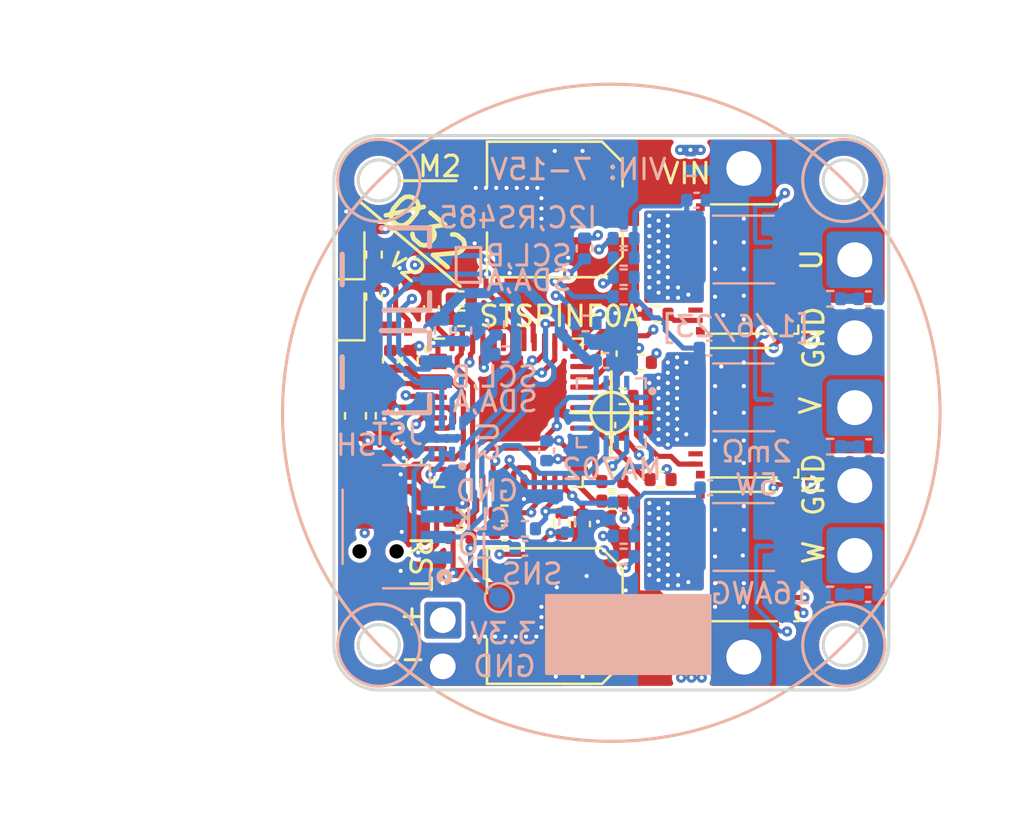
<source format=kicad_pcb>
(kicad_pcb (version 20221018) (generator pcbnew)
  (title_block (title "Ø32 BLDC Motor Controller") (date "2022-11-26") (rev "2") (company "Christopher Xu"))
  (layers (0 "F.Cu" signal) (1 "In1.Cu" signal) (2 "In2.Cu" signal) (31 "B.Cu" signal) (34 "B.Paste" user) (35 "F.Paste" user) (36 "B.SilkS" user "B.Silkscreen") (37 "F.SilkS" user "F.Silkscreen") (38 "B.Mask" user) (39 "F.Mask" user) (44 "Edge.Cuts" user))
  (net 0 "")
  (net 2 "/Motor phase W/Sense_N")
  (net 3 "/Motor phase V/Sense_N")
  (net 4 "/Motor phase U/Sense_N")
  (net 5 "/Motor phase U/Motor")
  (net 6 "/Motor phase V/Motor")
  (net 7 "/Motor phase W/Motor")
  (net 9 "VBUS")
  (net 13 "+3.3V")
  (net 14 "/OP_V_P")
  (net 15 "/OP_V_N")
  (net 16 "/OP_V_O")
  (net 17 "/NRST")
  (net 18 "/OP_U_O")
  (net 19 "/OP_U_N")
  (net 20 "/OP_U_P")
  (net 21 "/OC_COMP")
  (net 23 "GND")
  (net 25 "SWD_IO")
  (net 26 "SWD_CLK")
  (net 27 "I2C_SCL")
  (net 28 "I2C_SDA")
  (net 29 "/OP_W_P")
  (net 31 "/OP_W_N")
  (net 32 "/Motor phase U/GH_MOS")
  (net 33 "/Motor phase U/GL_MOS")
  (net 34 "/Motor phase V/GH_MOS")
  (net 35 "/Motor phase V/GL_MOS")
  (net 36 "/Motor phase W/GH_MOS")
  (net 37 "/Motor phase W/GL_MOS")
  (net 38 "/OUTU")
  (net 39 "/VBOOTW")
  (net 40 "/VBOOTV")
  (net 41 "/HSU")
  (net 42 "/VBOOTU")
  (net 43 "/LSU")
  (net 44 "/OUTV")
  (net 45 "/OUTW")
  (net 46 "/HSW")
  (net 47 "/LSW")
  (net 48 "/HSV")
  (net 49 "/LSV")
  (net 52 "Net-(C13-Pad2)")
  (net 53 "Net-(C15-Pad2)")
  (net 54 "Net-(C17-Pad2)")
  (net 67 "/SW_3.3")
  (net 68 "/Motor phase U/SENSE_P")
  (net 69 "/USART_RX")
  (net 70 "/BUS_SENSE")
  (net 71 "/OP_W_O")
  (net 72 "/Motor phase V/SENSE_P")
  (net 73 "/Motor phase W/SENSE_P")
  (net 74 "/~{MAG_CS}")
  (net 77 "/LED_STATUS")
  (net 78 "/RS485_A")
  (net 79 "/RS485_B")
  (net 80 "/SPI_MOSI")
  (net 81 "/SPI_MISO")
  (net 82 "/SPI_SCLK")
  (net 83 "/Red_Anode")
  (net 84 "/Green_Cathode")
  (net 85 "USART_TX")
  (net 86 "/USART_DE")
  (footprint "O32controller:SDM2U30CSP-7" (layer "F.Cu") (at 39.434 45.9 180)
    (fp_text reference "D6" hide)
    (fp_text value "SDM2U30CSP")
  )
  (footprint "O32controller:SolderWire-Actual_1x01_D1.7mm_OD_2.75mm" (layer "F.Cu") (at 61.85 53.55)
    (fp_text reference "J3" hide)
    (fp_text value "BATT-")
  )
  (footprint "O32controller:SolderWire-Actual_1x01_D1.7mm_OD_2.75mm" (layer "F.Cu") (at 61.85 49.75)
    (fp_text reference "J5" hide)
    (fp_text value "Motor Connection")
  )
  (footprint "O32controller:SolderWire-Actual_1x01_D1.7mm_OD_2.75mm" (layer "F.Cu") (at 56.45 38.1)
    (fp_text reference "J2" hide)
    (fp_text value "BATT+")
  )
  (footprint "LED_SMD:LED_0603_1608Metric" (layer "F.Cu") (at 37.25 44.9875 90)
    (fp_text reference "D3" hide)
    (fp_text value "RED")
  )
  (footprint "Capacitor_SMD:C_0402_1005Metric" (layer "F.Cu") (at 42.7 44.45 180)
    (fp_text reference "C20" hide)
    (fp_text value "1nF")
  )
  (footprint "Capacitor_SMD:C_0603_1608Metric" (layer "F.Cu") (at 37.55 50.15 90)
    (fp_text reference "C2" hide)
    (fp_text value "47uF")
  )
  (footprint "O32controller:Tactile_Switch_EVQ-P7A01P" (layer "F.Cu") (at 38.65 56.75 -90)
    (fp_text reference "SW1" hide)
    (fp_text value "RESET")
  )
  (footprint "Resistor_SMD:R_0402_1005Metric" (layer "F.Cu") (at 50.55 49.2 180)
    (fp_text reference "R18" hide)
    (fp_text value "10R")
  )
  (footprint "Resistor_SMD:R_0402_1005Metric" (layer "F.Cu") (at 44.8 54.9 180)
    (fp_text reference "R4" hide)
    (fp_text value "13.7k")
  )
  (footprint "O32controller:VFQFPN-48-1EP_7x7mm_P0.5mm_EP2.8x2.8mm" (layer "F.Cu") (at 45 50)
    (fp_text reference "U2" hide)
    (fp_text value "STSPIN32F0A")
  )
  (footprint "Capacitor_SMD:C_0402_1005Metric" (layer "F.Cu") (at 44.8 55.85 180)
    (fp_text reference "C18" hide)
    (fp_text value "1nF")
  )
  (footprint "Resistor_SMD:R_0402_1005Metric" (layer "F.Cu") (at 47.6 55.41 90)
    (fp_text reference "R22" hide)
    (fp_text value "121k")
  )
  (footprint "Capacitor_SMD:C_0402_1005Metric" (layer "F.Cu") (at 50.55 50.6 -90)
    (fp_text reference "C5" hide)
    (fp_text value "100nF")
  )
  (footprint "O32controller:CAP_EEEFN1E101UP" (layer "F.Cu") (at 47.25 40.1 180)
    (fp_text reference "C8" hide)
    (fp_text value "100uF")
  )
  (footprint "Resistor_SMD:R_0402_1005Metric" (layer "F.Cu") (at 42.66 56.07)
    (fp_text reference "R26" hide)
    (fp_text value "41.2k")
  )
  (footprint "Resistor_SMD:R_0402_1005Metric" (layer "F.Cu") (at 50.05 54.3)
    (fp_text reference "R19" hide)
    (fp_text value "10R")
  )
  (footprint "O32controller:CSD88584Q5DCT" (layer "F.Cu") (at 56.45 50 180)
    (fp_text reference "Q2" hide)
    (fp_text value "CSD88584Q5DCT")
  )
  (footprint "Resistor_SMD:R_0402_1005Metric" (layer "F.Cu") (at 38.45 42.3 90)
    (fp_text reference "R29" hide)
    (fp_text value "1k")
  )
  (footprint "Capacitor_SMD:C_0402_1005Metric" (layer "F.Cu") (at 49.9 47.12 -90)
    (fp_text reference "C4" hide)
    (fp_text value "100nF")
  )
  (footprint "O32controller:SolderWire-Actual_1x01_D1.25mm_OD_1.8mm" (layer "F.Cu") (at 41.8 60.1)
    (fp_text reference "J10" hide)
    (fp_text value "3V3")
  )
  (footprint "O32controller:IND_VLS201612CX-220M-1" (layer "F.Cu") (at 37.8 52.9 -90)
    (fp_text reference "L1" hide)
    (fp_text value "22uH")
  )
  (footprint "O32controller:SolderWire-Actual_1x01_D1.7mm_OD_2.75mm" (layer "F.Cu") (at 61.85 46.35)
    (fp_text reference "J8" hide)
    (fp_text value "BATT-")
  )
  (footprint "Resistor_SMD:R_0402_1005Metric" (layer "F.Cu") (at 38.45 44.35 90)
    (fp_text reference "R28" hide)
    (fp_text value "1k")
  )
  (footprint "O32controller:CSD88584Q5DCT" (layer "F.Cu") (at 56.45 57 180)
    (fp_text reference "Q3" hide)
    (fp_text value "CSD88584Q5DCT")
  )
  (footprint "Resistor_SMD:R_0402_1005Metric" (layer "F.Cu") (at 42.7 45.4 180)
    (fp_text reference "R12" hide)
    (fp_text value "13.7k")
  )
  (footprint "O32controller:SolderWire-Actual_1x01_D1.7mm_OD_2.75mm" (layer "F.Cu") (at 61.85 42.55)
    (fp_text reference "J4" hide)
    (fp_text value "Motor Connection")
  )
  (footprint "Resistor_SMD:R_0402_1005Metric" (layer "F.Cu") (at 40.2 47.47 -90)
    (fp_text reference "R8" hide)
    (fp_text value "13.7k")
  )
  (footprint "Capacitor_SMD:C_0402_1005Metric" (layer "F.Cu") (at 41.25 44.92 90)
    (fp_text reference "C7" hide)
    (fp_text value "100nF")
  )
  (footprint "Capacitor_SMD:C_0402_1005Metric" (layer "F.Cu") (at 48.6 55.42 -90)
    (fp_text reference "C11" hide)
    (fp_text value "1nF")
  )
  (footprint "Capacitor_SMD:C_0402_1005Metric" (layer "F.Cu") (at 40.4 52.38 -90)
    (fp_text reference "C1" hide)
    (fp_text value "100nF")
  )
  (footprint "Resistor_SMD:R_0402_1005Metric" (layer "F.Cu") (at 51.44 47.55)
    (fp_text reference "R13" hide)
    (fp_text value "10R")
  )
  (footprint "LED_SMD:LED_0603_1608Metric" (layer "F.Cu") (at 37.25 42.0125 90)
    (fp_text reference "D4" hide)
    (fp_text value "GREEN")
  )
  (footprint "O32controller:SolderWire-Actual_1x01_D1.25mm_OD_1.8mm" (layer "F.Cu") (at 41.8 62.35)
    (fp_text reference "J11" hide)
    (fp_text value "GND")
  )
  (footprint "Resistor_SMD:R_0402_1005Metric" (layer "F.Cu") (at 42.65 55.12 180)
    (fp_text reference "R27" hide)
    (fp_text value "10k")
  )
  (footprint "O32controller:CSD88584Q5DCT" (layer "F.Cu") (at 56.45 43 180)
    (fp_text reference "Q1" hide)
    (fp_text value "CSD88584Q5DCT")
  )
  (footprint "Resistor_SMD:R_0402_1005Metric" (layer "F.Cu") (at 52.25 45.2 180)
    (fp_text reference "R15" hide)
    (fp_text value "10R")
  )
  (footprint "O32controller:SDM2U30CSP-7" (layer "F.Cu") (at 40.7 55.2 -90)
    (fp_text reference "D1" hide)
    (fp_text value "SDM2U30CSP" hide)
  )
  (footprint "O32controller:SolderWire-Actual_1x01_D1.7mm_OD_2.75mm" (layer "F.Cu") (at 56.45 61.9)
    (fp_text reference "J7" hide)
    (fp_text value "BATT+")
  )
  (footprint "O32controller:CAP_EEEFN1E101UP" (layer "F.Cu") (at 47.25 59.9 180)
    (fp_text reference "C9" hide)
    (fp_text value "100uF")
  )
  (footprint "Capacitor_SMD:C_0603_1608Metric" (layer "F.Cu") (at 39.05 50.15 -90)
    (fp_text reference "C3" hide)
    (fp_text value "10uF")
  )
  (footprint "O32controller:SDM2U30CSP-7" (layer "F.Cu") (at 37.5 47.55 90)
    (fp_text reference "D5" hide)
    (fp_text value "SDM2U30CSP")
  )
  (footprint "O32controller:SolderWire-Actual_1x01_D1.7mm_OD_2.75mm" (layer "F.Cu") (at 61.85 56.95)
    (fp_text reference "J6" hide)
    (fp_text value "Motor Connection")
  )
  (footprint "Capacitor_SMD:C_0402_1005Metric" (layer "F.Cu") (at 39.25 47.45 -90)
    (fp_text reference "C19" hide)
    (fp_text value "1nF")
  )
  (footprint "Resistor_SMD:R_0402_1005Metric" (layer "F.Cu") (at 50.05 53.35 180)
    (fp_text reference "R21" hide)
    (fp_text value "10R")
  )
  (footprint "Resistor_SMD:R_0402_1005Metric" (layer "F.Cu") (at 52.4 53.25)
    (fp_text reference "R16" hide)
    (fp_text value "10R")
  )
  (footprint "Resistor_SMD:R_0402_1005Metric" (layer "B.Cu") (at 50.6 44.35 180)
    (fp_text reference "R6" hide)
    (fp_text value "1.78k")
  )
  (footprint "Capacitor_SMD:C_0402_1005Metric" (layer "B.Cu") (at 62.505 44.45 180)
    (fp_text reference "C13" hide)
    (fp_text value "4.7nF")
  )
  (footprint "Capacitor_SMD:C_0402_1005Metric" (layer "B.Cu") (at 54.8 53.65 180)
    (fp_text reference "C16" hide)
    (fp_text value "10nF")
  )
  (footprint "Resistor_SMD:R_0402_1005Metric" (layer "B.Cu") (at 50.6 41.51 180)
    (fp_text reference "R2" hide)
    (fp_text value "1.78k")
  )
  (footprint "Capacitor_SMD:C_0402_1005Metric" (layer "B.Cu") (at 49.75 47.45)
    (fp_text reference "C10" hide)
    (fp_text value "1uF")
  )
  (footprint "O32controller:NetTie-2_SMD_Pad0.25mm" (layer "B.Cu") (at 57.4 56.5)
    (fp_text reference "NT3" hide)
    (fp_text value "Sense_N" hide)
  )
  (footprint "O32controller:NetTie-2_SMD_Pad0.25mm" (layer "B.Cu") (at 57.35 41.7)
    (fp_text reference "NT1" hide)
    (fp_text value "Sense_N" hide)
  )
  (footprint "Capacitor_SMD:C_0402_1005Metric" (layer "B.Cu") (at 54.15 39.65 180)
    (fp_text reference "C12" hide)
    (fp_text value "10nF")
  )
  (footprint "Capacitor_SMD:C_0402_1005Metric" (layer "B.Cu") (at 62.5 58.85 180)
    (fp_text reference "C17" hide)
    (fp_text value "4.7nF")
  )
  (footprint "O32controller:MA702GQ-P" (layer "B.Cu") (at 50 50 180)
    (fp_text reference "U1" hide)
    (fp_text value "MA702GQ-P" hide)
  )
  (footprint "Resistor_SMD:R_0402_1005Metric" (layer "B.Cu") (at 48.7 42 -90)
    (fp_text reference "R3" hide)
    (fp_text value "1.78k")
  )
  (footprint "O32controller:THVD1420DRLR_SOT-585" (layer "B.Cu") (at 42 51.25 90)
    (fp_text reference "U3")
    (fp_text value "THVD1420DRLR")
  )
  (footprint "Resistor_SMD:R_0402_1005Metric" (layer "B.Cu") (at 50.6 43.4)
    (fp_text reference "R17" hide)
    (fp_text value "2.2k")
  )
  (footprint "Capacitor_SMD:C_0402_1005Metric" (layer "B.Cu") (at 46.85 51.85 -90)
    (fp_text reference "C6" hide)
    (fp_text value "100nF")
  )
  (footprint "Resistor_SMD:R_0402_1005Metric" (layer "B.Cu") (at 50.6 56 180)
    (fp_text reference "R10" hide)
    (fp_text value "1.78k")
  )
  (footprint "Resistor_SMD:R_0402_1005Metric" (layer "B.Cu") (at 42.8 46 -90)
    (fp_text reference "R33" hide)
    (fp_text value "27.4k")
  )
  (footprint "O32controller:JST_SM04B-SRSS-TB(LF)(SN)" (layer "B.Cu") (at 41.5 55.55 90)
    (fp_text reference "J1" hide)
    (fp_text value "SWD")
  )
  (footprint "Capacitor_SMD:C_0402_1005Metric" (layer "B.Cu") (at 62.52 51.65 180)
    (fp_text reference "C15" hide)
    (fp_text value "4.7nF")
  )
  (footprint "O32controller:NetTie-2_SMD_Pad0.25mm" (layer "B.Cu") (at 43.05 43.25 180)
    (fp_text reference "NT4" hide)
    (fp_text value "SDA/A" hide)
  )
  (footprint "O32controller:R_Shunt_2512_6332Metric" (layer "B.Cu") (at 56.45 56.05 180)
    (fp_text reference "R9" hide)
    (fp_text value "WSLF25122L000FEB 0.002R" hide)
  )
  (footprint "Resistor_SMD:R_0402_1005Metric" (layer "B.Cu") (at 44.4 45.7 -90)
    (fp_text reference "R35" hide)
    (fp_text value "27.4k")
  )
  (footprint "Capacitor_SMD:C_0402_1005Metric" (layer "B.Cu") (at 45.8 56.6)
    (fp_text reference "C21" hide)
    (fp_text value "1nF")
  )
  (footprint "O32controller:JST_SM02B-SRSS-TB(LF)(SN)" (layer "B.Cu") (at 39.505 48 90)
    (fp_text reference "J12" hide)
    (fp_text value "I2C/RS485_2")
  )
  (footprint "Resistor_SMD:R_0402_1005Metric" (layer "B.Cu") (at 60.65 51.65 180)
    (fp_text reference "R24" hide)
    (fp_text value "2.2R")
  )
  (footprint "Capacitor_SMD:C_0402_1005Metric" (layer "B.Cu") (at 54.77 46.85 180)
    (fp_text reference "C14" hide)
    (fp_text value "10nF")
  )
  (footprint "O32controller:NetTie-2_SMD_Pad0.25mm" (layer "B.Cu") (at 43.05 42.35 180)
    (fp_text reference "NT5" hide)
    (fp_text value "SCL/B" hide)
  )
  (footprint "Resistor_SMD:R_0402_1005Metric" (layer "B.Cu") (at 50.6 42.46)
    (fp_text reference "R14" hide)
    (fp_text value "2.2k")
  )
  (footprint "Resistor_SMD:R_0402_1005Metric" (layer "B.Cu") (at 47.85 55.3 -90)
    (fp_text reference "R30" hide)
    (fp_text value "27.4k")
  )
  (footprint "Resistor_SMD:R_0402_1005Metric" (layer "B.Cu") (at 60.65 58.85 180)
    (fp_text reference "R25" hide)
    (fp_text value "2.2R")
  )
  (footprint "Resistor_SMD:R_0402_1005Metric" (layer "B.Cu") (at 44.85 47.15)
    (fp_text reference "R34" hide)
    (fp_text value "27.4k")
  )
  (footprint "Resistor_SMD:R_0402_1005Metric" (layer "B.Cu") (at 48.75 45.65 180)
    (fp_text reference "R7" hide)
    (fp_text value "1.78k")
  )
  (footprint "O32controller:JST_SM02B-SRSS-TB(LF)(SN)" (layer "B.Cu") (at 39.505 43 90)
    (fp_text reference "J9" hide)
    (fp_text value "I2C/RS485_1")
  )
  (footprint "Resistor_SMD:R_0402_1005Metric" (layer "B.Cu") (at 50.6 54.4)
    (fp_text reference "R20" hide)
    (fp_text value "2.2k")
  )
  (footprint "O32controller:R_Shunt_2512_6332Metric" (layer "B.Cu") (at 56.45 42.05 180)
    (fp_text reference "R1" hide)
    (fp_text value "WSLF25122L000FEB 0.002R" hide)
  )
  (footprint "Resistor_SMD:R_0402_1005Metric" (layer "B.Cu") (at 50.6 57 180)
    (fp_text reference "R11" hide)
    (fp_text value "1.78k")
  )
  (footprint "O32controller:SMT2_0P91X0P63_STM-L" (layer "B.Cu") (at 53.85 37.71865 90)
    (fp_text reference "D2" hide)
    (fp_text value "ESDA17P20-1F2")
  )
  (footprint "Resistor_SMD:R_0402_1005Metric" (layer "B.Cu") (at 45.8 55.65)
    (fp_text reference "R31" hide)
    (fp_text value "27.4k")
  )
  (footprint "Resistor_SMD:R_0402_1005Metric" (layer "B.Cu") (at 60.655 44.45 180)
    (fp_text reference "R23" hide)
    (fp_text value "2.2R")
  )
  (footprint "TestPoint:TestPoint_Pad_D1.0mm" (layer "B.Cu") (at 44.55 59 180)
    (fp_text reference "TP2" hide)
    (fp_text value "TestPoint")
  )
  (footprint "Resistor_SMD:R_0402_1005Metric" (layer "B.Cu") (at 41.8 46 90)
    (fp_text reference "R32" hide)
    (fp_text value "27.4k")
  )
  (footprint "O32controller:NetTie-2_SMD_Pad0.25mm" (layer "B.Cu") (at 57.4 49.35)
    (fp_text reference "NT2" hide)
    (fp_text value "Sense_N" hide)
  )
  (footprint "O32controller:R_Shunt_2512_6332Metric" (layer "B.Cu") (at 56.45 49.25 180)
    (fp_text reference "R5" hide)
    (fp_text value "WSLF25122L000FEB 0.002R" hide)
  )
  (gr_circle locked (center 38.686 61.314) (end 40.686 61.314) (stroke (width 0.15)) (fill none) (layer "B.SilkS"))
  (gr_rect (start 42.45 41.95) (end 43.65 43.65) (stroke (width 0.15)) (fill none) (layer "B.SilkS"))
  (gr_circle (center 61.314 61.314) (end 63.314 61.314) (stroke (width 0.15)) (fill none) (layer "B.SilkS"))
  (gr_circle locked (center 38.686 38.686) (end 40.686 38.686) (stroke (width 0.15)) (fill none) (layer "B.SilkS"))
  (gr_circle (center 50 50) (end 66 50) (stroke (width 0.15)) (fill none) (layer "B.SilkS"))
  (gr_rect (start 46.85 58.9) (end 54.8 62.7) (stroke (width 0.15)) (fill solid) (layer "B.SilkS"))
  (gr_circle (center 61.314 38.686) (end 63.314 38.686) (stroke (width 0.15)) (fill none) (layer "B.SilkS"))
  (gr_line (start 39.7 38.7) (end 42.45 38.7) (stroke (width 0.15)) (layer "F.SilkS"))
  (gr_line (start 48 50) (end 52 50) (stroke (width 0.15)) (layer "F.SilkS"))
  (gr_circle (center 50 50) (end 51 50) (stroke (width 0.15)) (fill none) (layer "F.SilkS"))
  (gr_line (start 50 48) (end 50 52) (stroke (width 0.15)) (layer "F.SilkS"))
  (gr_circle locked (center 50 50) (end 66 50) (stroke (width 0.15)) (fill none) (layer "F.SilkS"))
  (gr_line (start 37.8 39.75) (end 42.65 43.85) (stroke (width 0.15)) (layer "F.SilkS"))
  (gr_circle locked (center 61.314 61.314) (end 62.314 61.314) (stroke (width 0.15)) (fill none) (layer "Edge.Cuts"))
  (gr_line locked (start 38.686 36.5) (end 61.314 36.5) (stroke (width 0.15)) (layer "Edge.Cuts"))
  (gr_arc locked (start 38.686 63.5) (mid 37.140265 62.859735) (end 36.5 61.314) (stroke (width 0.15)) (layer "Edge.Cuts"))
  (gr_arc locked (start 36.5 38.686) (mid 37.140265 37.140265) (end 38.686 36.5) (stroke (width 0.15)) (layer "Edge.Cuts"))
  (gr_line locked (start 38.686 63.5) (end 61.314 63.5) (stroke (width 0.15)) (layer "Edge.Cuts"))
  (gr_line locked (start 63.5 38.686) (end 63.5 61.314) (stroke (width 0.15)) (layer "Edge.Cuts"))
  (gr_arc locked (start 61.314 36.5) (mid 62.859735 37.140265) (end 63.5 38.686) (stroke (width 0.15)) (layer "Edge.Cuts"))
  (gr_circle locked (center 38.686 61.314) (end 39.686 61.314) (stroke (width 0.15)) (fill none) (layer "Edge.Cuts"))
  (gr_circle locked (center 38.686 38.686) (end 39.686 38.686) (stroke (width 0.15)) (fill none) (layer "Edge.Cuts"))
  (gr_arc locked (start 63.5 61.314) (mid 62.859735 62.859735) (end 61.314 63.5) (stroke (width 0.15)) (layer "Edge.Cuts"))
  (gr_circle locked (center 61.314 38.686) (end 62.314 38.686) (stroke (width 0.15)) (fill none) (layer "Edge.Cuts"))
  (gr_line locked (start 36.5 38.686) (end 36.5 61.314) (stroke (width 0.15)) (layer "Edge.Cuts"))
  (gr_text "SDA,A" (at 46 43.55) (layer "B.SilkS") (effects (font (size 1 1)) (justify mirror)))
  (gr_text "SCL,B" (at 45.95 42.35) (layer "B.SilkS") (effects (font (size 1 1)) (justify mirror)))
  (gr_text "SCL,B" (at 44.3 48.25) (layer "B.SilkS") (effects (font (size 1 1)) (justify mirror)))
  (gr_text "VIN: 7-15V" (at 48.4 38.15) (layer "B.SilkS") (effects (font (size 1 1)) (justify mirror)))
  (gr_text "TX" (at 43.325 57.6) (layer "B.SilkS") (effects (font (size 1 1)) (justify mirror)))
  (gr_text "16AWG" (at 57.3 58.8) (layer "B.SilkS") (effects (font (size 1 1)) (justify mirror)))
  (gr_text "SNS" (at 46.15 57.85) (layer "B.SilkS") (effects (font (size 1 1)) (justify mirror)))
  (gr_text "3.3V" (at 44.75 60.75) (layer "B.SilkS") (effects (font (size 1 1)) (justify mirror)))
  (gr_text "CLK" (at 43.7 55.2) (layer "B.SilkS") (effects (font (size 1 1)) (justify mirror)))
  (gr_text "SDA,A" (at 44.35 49.45) (layer "B.SilkS") (effects (font (size 1 1)) (justify mirror)))
  (gr_text "MA702" (at 50.025 52.75) (layer "B.SilkS") (effects (font (size 1 1)) (justify mirror)))
  (gr_text "IO" (at 43.275 56.425) (layer "B.SilkS") (effects (font (size 1 1)) (justify mirror)))
  (gr_text "I2C,RS485" (at 45.45 40.5) (layer "B.SilkS") (effects (font (size 1 1)) (justify mirror)))
  (gr_text "GND" (at 43.95 53.8) (layer "B.SilkS") (effects (font (size 1 1)) (justify mirror)))
  (gr_text "SH" (at 37.6 51.575) (layer "B.SilkS") (effects (font (size 1 1)) (justify mirror)))
  (gr_text locked " 2mΩ\n 5W" (at 57.45 52.7) (layer "B.SilkS") (effects (font (size 1 1)) (justify mirror)))
  (gr_text "[1/6/23]" (at 56.05 45.8) (layer "B.SilkS") (effects (font (size 1 1)) (justify mirror)))
  (gr_text "JST" (at 39.6 51.05) (layer "B.SilkS") (effects (font (size 1 1)) (justify mirror)))
  (gr_text "GND" (at 44.8 62.35) (layer "B.SilkS") (effects (font (size 1 1)) (justify mirror)))
  (gr_text "STSPINF0A" (at 47.5 45.3) (layer "F.SilkS") (effects (font (size 1 1))))
  (gr_text "GND" (at 59.85 53.5 90) (layer "F.SilkS") (effects (font (size 1 1))))
  (gr_text "M2" (at 41.65 38) (layer "F.SilkS") (effects (font (size 1 1))))
  (gr_text "W" (at 59.85 56.8 90) (layer "F.SilkS") (effects (font (size 1 1))))
  (gr_text "+" (at 40.3 59.85) (layer "F.SilkS") (effects (font (size 1 1))))
  (gr_text "RST" (at 40.7 57.35 270) (layer "F.SilkS") (effects (font (size 1 1))))
  (gr_text "GND" (at 59.85 46.35 90) (layer "F.SilkS") (effects (font (size 1 1))))
  (gr_text "Ø32" (at 41 41.15 320) (layer "F.SilkS") (effects (font (size 1.5 1.5) (thickness 0.225))))
  (gr_text "VIN" (at 53.65 38.35) (layer "F.SilkS") (effects (font (size 1 1))))
  (gr_text "VIN" (at 53.55 61.8) (layer "F.SilkS") (effects (font (size 1 1))))
  (gr_text "-" (at 40.35 61.95) (layer "F.SilkS") (effects (font (size 1 1))))
  (gr_text "V" (at 59.7 49.65 90) (layer "F.SilkS") (effects (font (size 1 1))))
  (gr_text "v2" (at 40.05 42.8 320) (layer "F.SilkS") (effects (font (size 1 1))))
  (gr_text "U" (at 59.75 42.55 90) (layer "F.SilkS") (effects (font (size 1 1))))
  (via (at 50.7 57.55) (size 0.5) (drill 0.2) (layers "F.Cu" "B.Cu") (net 2))
  (via (at 58.55 60.65) (size 0.5) (drill 0.2) (layers "F.Cu" "B.Cu") (net 2))
  (segment (start 51.11 57.14) (end 50.7 57.55) (width 0.25) (layer "B.Cu") (net 2))
  (segment (start 51.11 57) (end 51.11 57.14) (width 0.25) (layer "B.Cu") (net 2))
  (segment (start 57.05 59.483668) (end 57.05 56.55) (width 0.2) (layer "B.Cu") (net 2))
  (segment (start 58.216332 60.65) (end 57.05 59.483668) (width 0.2) (layer "B.Cu") (net 2))
  (segment (start 58.55 60.65) (end 58.216332 60.65) (width 0.2) (layer "B.Cu") (net 2))
  (via (at 49.45 45.2) (size 0.5) (drill 0.2) (layers "F.Cu" "B.Cu") (net 3))
  (via (at 57.45 46.15) (size 0.5) (drill 0.2) (layers "F.Cu" "B.Cu") (net 3))
  (segment (start 57.472182 46.15) (end 57.45 46.15) (width 0.2) (layer "B.Cu") (net 3))
  (segment (start 49.26 45.65) (end 49.26 45.39) (width 0.2) (layer "B.Cu") (net 3))
  (segment (start 57 49.25) (end 57 46.622182) (width 0.2) (layer "B.Cu") (net 3))
  (segment (start 49.26 45.39) (end 49.45 45.2) (width 0.2) (layer "B.Cu") (net 3))
  (segment (start 57.1 49.35) (end 57 49.25) (width 0.2) (layer "B.Cu") (net 3))
  (segment (start 57 46.622182) (end 57.472182 46.15) (width 0.2) (layer "B.Cu") (net 3))
  (via (at 58.45 39.3) (size 0.5) (drill 0.2) (layers "F.Cu" "B.Cu") (net 4))
  (via (at 49.35 41.35) (size 0.5) (drill 0.2) (layers "F.Cu" "B.Cu") (net 4))
  (segment (start 57.85 39.9) (end 58.45 39.3) (width 0.25) (layer "B.Cu") (net 4))
  (segment (start 49.21 41.49) (end 49.35 41.35) (width 0.25) (layer "B.Cu") (net 4))
  (segment (start 57.05 41.65) (end 57.05 41.7) (width 0.2) (layer "B.Cu") (net 4))
  (segment (start 57 41.6) (end 57.05 41.65) (width 0.2) (layer "B.Cu") (net 4))
  (segment (start 57 39.9) (end 57 41.6) (width 0.2) (layer "B.Cu") (net 4))
  (segment (start 57 39.9) (end 57.85 39.9) (width 0.25) (layer "B.Cu") (net 4))
  (segment (start 48.7 41.49) (end 49.21 41.49) (width 0.25) (layer "B.Cu") (net 4))
  (segment (start 62.985 43.685) (end 61.85 42.55) (width 0.5) (layer "B.Cu") (net 5))
  (segment (start 62.985 44.45) (end 62.985 43.685) (width 0.5) (layer "B.Cu") (net 5))
  (segment (start 63 51.65) (end 63 50.9) (width 0.5) (layer "B.Cu") (net 6))
  (segment (start 63 50.9) (end 61.85 49.75) (width 0.5) (layer "B.Cu") (net 6))
  (segment (start 62.98 58.08) (end 61.85 56.95) (width 0.5) (layer "B.Cu") (net 7))
  (segment (start 62.98 58.85) (end 62.98 58.08) (width 0.5) (layer "B.Cu") (net 7))
  (segment (start 42.048008 49.75) (end 41.5625 49.75) (width 0.25) (layer "F.Cu") (net 9))
  (segment (start 42.3 56.22) (end 42.15 56.07) (width 0.25) (layer "F.Cu") (net 9))
  (segment (start 42.3 57.8) (end 47.65 57.8) (width 0.5) (layer "F.Cu") (net 9))
  (segment (start 39.525 49.85) (end 39.05 49.375) (width 0.5) (layer "F.Cu") (net 9))
  (segment (start 39.55 49.85) (end 39.525 49.85) (width 0.5) (layer "F.Cu") (net 9))
  (segment (start 41.5625 50.75) (end 42.048008 50.75) (width 0.25) (layer "F.Cu") (net 9))
  (segment (start 42.325 50.026992) (end 42.048008 49.75) (width 0.25) (layer "F.Cu") (net 9))
  (segment (start 40.45 49.75) (end 40.35 49.85) (width 0.25) (layer "F.Cu") (net 9))
  (segment (start 47.65 57.8) (end 49.75 59.9) (width 0.5) (layer "F.Cu") (net 9))
  (segment (start 42.325 50.473008) (end 42.325 50.026992) (width 0.25) (layer "F.Cu") (net 9))
  (segment (start 41.5625 49.75) (end 40.45 49.75) (width 0.25) (layer "F.Cu") (net 9))
  (segment (start 39.55 49.85) (end 40.35 49.85) (width 0.5) (layer "F.Cu") (net 9))
  (segment (start 42.048008 50.75) (end 42.325 50.473008) (width 0.25) (layer "F.Cu") (net 9))
  (segment (start 42.3 57.8) (end 42.3 56.22) (width 0.25) (layer "F.Cu") (net 9))
  (via (at 55.05 57) (size 0.5) (drill 0.2) (layers "F.Cu" "B.Cu") (net 9))
  (via (at 55.05 59.45) (size 0.5) (drill 0.2) (layers "F.Cu" "B.Cu") (net 9))
  (via (at 56.45 41.7) (size 0.5) (drill 0.2) (layers "F.Cu" "B.Cu") (net 9))
  (via (at 56.45 50) (size 0.5) (drill 0.2) (layers "F.Cu" "B.Cu") (net 9))
  (via (at 55.05 43) (size 0.5) (drill 0.2) (layers "F.Cu" "B.Cu") (net 9))
  (via (at 56.4 56.95) (size 0.5) (drill 0.2) (layers "F.Cu" "B.Cu") (net 9))
  (via (at 56.45 54.55) (size 0.5) (drill 0.2) (layers "F.Cu" "B.Cu") (net 9))
  (via (at 56.45 45.45) (size 0.5) (drill 0.2) (layers "F.Cu" "B.Cu") (net 9))
  (via (at 56.45 51.35) (size 0.5) (drill 0.2) (layers "F.Cu" "B.Cu") (net 9))
  (via (at 42.3 57.8) (size 0.5) (drill 0.2) (layers "F.Cu" "B.Cu") (net 9))
  (via (at 55.05 50) (size 0.5) (drill 0.2) (layers "F.Cu" "B.Cu") (net 9))
  (via (at 56.45 47.55) (size 0.5) (drill 0.2) (layers "F.Cu" "B.Cu") (net 9))
  (via (at 56.45 43) (size 0.5) (drill 0.2) (layers "F.Cu" "B.Cu") (net 9))
  (via (at 56.45 40.55) (size 0.5) (drill 0.2) (layers "F.Cu" "B.Cu") (net 9))
  (via (at 56.45 59.45) (size 0.5) (drill 0.2) (layers "F.Cu" "B.Cu") (net 9))
  (via (at 55.05 58.3) (size 0.5) (drill 0.2) (layers "F.Cu" "B.Cu") (net 9))
  (via (at 56.45 58.3) (size 0.5) (drill 0.2) (layers "F.Cu" "B.Cu") (net 9))
  (via (at 55.05 44.35) (size 0.5) (drill 0.2) (layers "F.Cu" "B.Cu") (net 9))
  (via (at 55.45 45.25) (size 0.5) (drill 0.2) (layers "F.Cu" "B.Cu") (net 9))
  (via (at 56.45 48.7) (size 0.5) (drill 0.2) (layers "F.Cu" "B.Cu") (net 9))
  (via (at 39.55 49.85) (size 0.5) (drill 0.2) (layers "F.Cu" "B.Cu") (net 9))
  (via (at 55.05 41.7) (size 0.5) (drill 0.2) (layers "F.Cu" "B.Cu") (net 9))
  (via (at 55.05 48.7) (size 0.5) (drill 0.2) (layers "F.Cu" "B.Cu") (net 9))
  (via (at 56.45 44.3) (size 0.5) (drill 0.2) (layers "F.Cu" "B.Cu") (net 9))
  (via (at 55.35 47.75) (size 0.5) (drill 0.2) (layers "F.Cu" "B.Cu") (net 9))
  (via (at 55.05 55.7) (size 0.5) (drill 0.2) (layers "F.Cu" "B.Cu") (net 9))
  (via (at 56.45 52.45) (size 0.5) (drill 0.2) (layers "F.Cu" "B.Cu") (net 9))
  (via (at 55.05 51.35) (size 0.5) (drill 0.2) (layers "F.Cu" "B.Cu") (net 9))
  (via (at 56.45 55.7) (size 0.5) (drill 0.2) (layers "F.Cu" "B.Cu") (net 9))
  (segment (start 54.63 39.65) (end 54.9 39.65) (width 0.5) (layer "B.Cu") (net 9))
  (segment (start 53.85 38.2) (end 56.35 38.2) (width 0.5) (layer "B.Cu") (net 9))
  (segment (start 54.9 39.65) (end 56.45 38.1) (width 0.5) (layer "B.Cu") (net 9))
  (segment (start 56.35 38.2) (end 56.45 38.1) (width 0.5) (layer "B.Cu") (net 9))
  (segment (start 37.725 50.925) (end 38.15 51.35) (width 0.5) (layer "F.Cu") (net 13))
  (segment (start 47.05 55.85) (end 47.53 55.85) (width 0.25) (layer "F.Cu") (net 13))
  (segment (start 37.55 50.925) (end 37.725 50.925) (width 0.5) (layer "F.Cu") (net 13))
  (segment (start 47.53 55.85) (end 47.6 55.92) (width 0.25) (layer "F.Cu") (net 13))
  (segment (start 38.15 51.975) (end 37.9 52.225) (width 0.5) (layer "F.Cu") (net 13))
  (segment (start 40.55 51.75) (end 41.5625 51.75) (width 0.25) (layer "F.Cu") (net 13))
  (segment (start 41.1 45.9) (end 41.1 45.55) (width 0.25) (layer "F.Cu") (net 13))
  (segment (start 38.15 51.35) (end 38.15 51.975) (width 0.5) (layer "F.Cu") (net 13))
  (segment (start 39 41.05) (end 37.425 41.05) (width 0.5) (layer "F.Cu") (net 13))
  (segment (start 44.55737 56.89263) (end 46.00737 56.89263) (width 0.25) (layer "F.Cu") (net 13))
  (segment (start 39.9 52.2) (end 40.2 51.9) (width 0.5) (layer "F.Cu") (net 13))
  (segment (start 41.25 45.4) (end 41.25 45.5625) (width 0.25) (layer "F.Cu") (net 13))
  (segment (start 41.1 45.55) (end 41.25 45.4) (width 0.25) (layer "F.Cu") (net 13))
  (segment (start 38.667534 43.84) (end 38.948342 44.120808) (width 0.25) (layer "F.Cu") (net 13))
  (segment (start 41.25 45.5625) (end 42.25 46.5625) (width 0.25) (layer "F.Cu") (net 13))
  (segment (start 40.2 51.9) (end 40.4 51.9) (width 0.5) (layer "F.Cu") (net 13))
  (segment (start 37.425 41.05) (end 37.25 41.225) (width 0.5) (layer "F.Cu") (net 13))
  (segment (start 38.45 43.84) (end 38.667534 43.84) (width 0.25) (layer "F.Cu") (net 13))
  (segment (start 46.00737 56.89263) (end 47.05 55.85) (width 0.25) (layer "F.Cu") (net 13))
  (segment (start 40.4 51.9) (end 40.55 51.75) (width 0.25) (layer "F.Cu") (net 13))
  (via (at 38.948342 44.120808) (size 0.5) (drill 0.2) (layers "F.Cu" "B.Cu") (net 13))
  (via (at 44.55737 56.89263) (size 0.5) (drill 0.2) (layers "F.Cu" "B.Cu") (net 13))
  (via (at 39 41.05) (size 0.5) (drill 0.2) (layers "F.Cu" "B.Cu") (net 13))
  (via (at 47.05 55.85) (size 0.5) (drill 0.2) (layers "F.Cu" "B.Cu") (net 13))
  (via (at 41.1 45.9) (size 0.5) (drill 0.2) (layers "F.Cu" "B.Cu") (net 13))
  (via (at 39.9 52.2) (size 0.5) (drill 0.2) (layers "F.Cu" "B.Cu") (net 13))
  (via (at 38.15 51.35) (size 0.5) (drill 0.2) (layers "F.Cu" "B.Cu") (net 13))
  (segment (start 49.27 47.45) (end 49.27 48.529999) (width 0.25) (layer "B.Cu") (net 13))
  (segment (start 41.1 45.85) (end 42.775 44.175) (width 0.5) (layer "B.Cu") (net 13))
  (segment (start 44.2 49.05) (end 44.2 48.437315) (width 0.5) (layer "B.Cu") (net 13))
  (segment (start 42.85 50.4) (end 44.2 49.05) (width 0.5) (layer "B.Cu") (net 13))
  (segment (start 49.27 48.529999) (end 49.249999 48.55) (width 0.25) (layer "B.Cu") (net 13))
  (segment (start 47.09 55.81) (end 47.05 55.85) (width 0.25) (layer "B.Cu") (net 13))
  (segment (start 49.27 47.45) (end 48.85 47.45) (width 0.5) (layer "B.Cu") (net 13))
  (segment (start 48.85 47.45) (end 47.5 46.1) (width 0.5) (layer "B.Cu") (net 13))
  (segment (start 47.85 55.81) (end 47.09 55.81) (width 0.25) (layer "B.Cu") (net 13))
  (segment (start 44.23995 43.9) (end 43.96495 44.175) (width 0.5) (layer "B.Cu") (net 13))
  (segment (start 43.96495 44.175) (end 42.775 44.175) (width 0.5) (layer "B.Cu") (net 13))
  (segment (start 45.81005 43.9) (end 44.85 43.9) (width 0.5) (layer "B.Cu") (net 13))
  (segment (start 47.5 46.1) (end 47.5 45.38505) (width 0.5) (layer "B.Cu") (net 13))
  (segment (start 47.08995 44.975) (end 46.88505 44.975) (width 0.5) (layer "B.Cu") (net 13))
  (segment (start 42.75 50.5) (end 42.85 50.4) (width 0.25) (layer "B.Cu") (net 13))
  (segment (start 45.36 47.277315) (end 45.36 47.15) (width 0.5) (layer "B.Cu") (net 13))
  (segment (start 44.2 48.437315) (end 45.36 47.277315) (width 0.5) (layer "B.Cu") (net 13))
  (segment (start 39.05 51.35) (end 38.15 51.35) (width 0.5) (layer "B.Cu") (net 13))
  (segment (start 42.75 50.51) (end 42.75 50.5) (width 0.25) (layer "B.Cu") (net 13))
  (segment (start 45.36 47.15) (end 45.36 44.41) (width 0.5) (layer "B.Cu") (net 13))
  (segment (start 41.1 45.9) (end 41.1 45.85) (width 0.5) (layer "B.Cu") (net 13))
  (segment (start 39.9 52.2) (end 39.05 51.35) (width 0.5) (layer "B.Cu") (net 13))
  (segment (start 47.5 45.38505) (end 47.08995 44.975) (width 0.5) (layer "B.Cu") (net 13))
  (segment (start 45.36 44.41) (end 44.85 43.9) (width 0.5) (layer "B.Cu") (net 13))
  (segment (start 46.88505 44.975) (end 45.81005 43.9) (width 0.5) (layer "B.Cu") (net 13))
  (segment (start 44.85 43.9) (end 44.23995 43.9) (width 0.5) (layer "B.Cu") (net 13))
  (segment (start 41.5625 46.8125) (end 41.35 46.6) (width 0.25) (layer "F.Cu") (net 14))
  (segment (start 41.5625 47.25) (end 41.5625 46.8125) (width 0.25) (layer "F.Cu") (net 14))
  (via (at 47.25 43.6) (size 0.5) (drill 0.2) (layers "F.Cu" "B.Cu") (net 14))
  (via (at 41.35 46.6) (size 0.5) (drill 0.2) (layers "F.Cu" "B.Cu") (net 14))
  (segment (start 41.8 46.51) (end 42.8 46.51) (width 0.5) (layer "B.Cu") (net 14))
  (segment (start 47.25 43.6) (end 47.413173 43.6) (width 0.25) (layer "B.Cu") (net 14))
  (segment (start 41.71 46.6) (end 41.8 46.51) (width 0.25) (layer "B.Cu") (net 14))
  (segment (start 47.413173 43.6) (end 48.163173 44.35) (width 0.25) (layer "B.Cu") (net 14))
  (segment (start 41.35 46.6) (end 41.71 46.6) (width 0.25) (layer "B.Cu") (net 14))
  (segment (start 48.163173 44.35) (end 50.09 44.35) (width 0.25) (layer "B.Cu") (net 14))
  (segment (start 40.2 46.96) (end 40.2 47.009462) (width 0.25) (layer "F.Cu") (net 15))
  (segment (start 41.5625 47.75) (end 40.940538 47.75) (width 0.25) (layer "F.Cu") (net 15))
  (segment (start 40.41 46.75) (end 40.2 46.96) (width 0.25) (layer "F.Cu") (net 15))
  (segment (start 40.65 46.75) (end 40.41 46.75) (width 0.25) (layer "F.Cu") (net 15))
  (segment (start 39.26 46.96) (end 39.25 46.97) (width 0.25) (layer "F.Cu") (net 15))
  (segment (start 40.2 47.009462) (end 40.720538 47.53) (width 0.25) (layer "F.Cu") (net 15))
  (segment (start 40.940538 47.75) (end 40.720538 47.53) (width 0.25) (layer "F.Cu") (net 15))
  (segment (start 40.2 46.96) (end 39.26 46.96) (width 0.25) (layer "F.Cu") (net 15))
  (via (at 40.65 46.75) (size 0.5) (drill 0.2) (layers "F.Cu" "B.Cu") (net 15))
  (via (at 47.3 44.3) (size 0.5) (drill 0.2) (layers "F.Cu" "B.Cu") (net 15))
  (segment (start 48.24 45.65) (end 48.24 45.063223) (width 0.25) (layer "B.Cu") (net 15))
  (segment (start 47.526777 44.35) (end 47.25 44.35) (width 0.25) (layer "B.Cu") (net 15))
  (segment (start 48.24 45.063223) (end 47.526777 44.35) (width 0.25) (layer "B.Cu") (net 15))
  (segment (start 42.35 52.25) (end 41.5625 52.25) (width 0.25) (layer "F.Cu") (net 16))
  (segment (start 42.048008 48.25) (end 42.8 49.001992) (width 0.25) (layer "F.Cu") (net 16))
  (segment (start 41.5625 48.25) (end 42.048008 48.25) (width 0.25) (layer "F.Cu") (net 16))
  (segment (start 40.586396 48.25) (end 41.5625 48.25) (width 0.25) (layer "F.Cu") (net 16))
  (segment (start 40.316396 47.98) (end 40.586396 48.25) (width 0.25) (layer "F.Cu") (net 16))
  (segment (start 42.8 49.001992) (end 42.8 51.8) (width 0.25) (layer "F.Cu") (net 16))
  (segment (start 40.2 47.98) (end 40.316396 47.98) (width 0.25) (layer "F.Cu") (net 16))
  (segment (start 42.8 51.8) (end 42.35 52.25) (width 0.25) (layer "F.Cu") (net 16))
  (segment (start 40.15 47.93) (end 40.2 47.98) (width 0.25) (layer "F.Cu") (net 16))
  (segment (start 39.25 47.93) (end 40.15 47.93) (width 0.25) (layer "F.Cu") (net 16))
  (segment (start 37.925 54.95) (end 37.925 55.125) (width 0.25) (layer "F.Cu") (net 17))
  (segment (start 41.5625 50.25) (end 40.8 50.25) (width 0.25) (layer "F.Cu") (net 17))
  (segment (start 37.074999 55.975001) (end 37.074999 57.699999) (width 0.25) (layer "F.Cu") (net 17))
  (segment (start 37.074999 57.699999) (end 37.925 58.55) (width 0.25) (layer "F.Cu") (net 17))
  (segment (start 40.8 50.25) (end 40.5 50.55) (width 0.25) (layer "F.Cu") (net 17))
  (segment (start 37.925 55.125) (end 37.074999 55.975001) (width 0.25) (layer "F.Cu") (net 17))
  (via (at 40.5 50.55) (size 0.5) (drill 0.2) (layers "F.Cu" "B.Cu") (net 17))
  (via (at 38 55.85) (size 0.5) (drill 0.2) (layers "F.Cu" "B.Cu") (net 17))
  (segment (start 44.32 54.93) (end 44.29 54.9) (width 0.25) (layer "F.Cu") (net 18))
  (segment (start 45.25 52.938173) (end 45.513173 52.675) (width 0.25) (layer "F.Cu") (net 18))
  (segment (start 45.25 53.4375) (end 45.25 52.938173) (width 0.25) (layer "F.Cu") (net 18))
  (segment (start 46.25 52.951992) (end 46.25 53.4375) (width 0.25) (layer "F.Cu") (net 18))
  (segment (start 45.2 53.4875) (end 45.25 53.4375) (width 0.25) (layer "F.Cu") (net 18))
  (segment (start 45.2 53.99) (end 45.2 53.4875) (width 0.25) (layer "F.Cu") (net 18))
  (segment (start 45.973008 52.675) (end 46.25 52.951992) (width 0.25) (layer "F.Cu") (net 18))
  (segment (start 44.32 55.85) (end 44.32 54.93) (width 0.25) (layer "F.Cu") (net 18))
  (segment (start 45.2 53.99) (end 44.35 54.84) (width 0.25) (layer "F.Cu") (net 18))
  (segment (start 45.513173 52.675) (end 45.973008 52.675) (width 0.25) (layer "F.Cu") (net 18))
  (segment (start 45.28 55.85) (end 45.28 54.93) (width 0.25) (layer "F.Cu") (net 19))
  (segment (start 46.08 54.87) (end 46.1 54.85) (width 0.25) (layer "F.Cu") (net 19))
  (segment (start 45.28 54.93) (end 45.31 54.9) (width 0.25) (layer "F.Cu") (net 19))
  (segment (start 46.75 53.95) (end 46.75 53.4375) (width 0.25) (layer "F.Cu") (net 19))
  (segment (start 45.3 54.87) (end 46.08 54.87) (width 0.25) (layer "F.Cu") (net 19))
  (segment (start 46.1 54.686827) (end 46.3 54.486827) (width 0.25) (layer "F.Cu") (net 19))
  (segment (start 46.3 54.486827) (end 46.3 54.4) (width 0.25) (layer "F.Cu") (net 19))
  (segment (start 46.3 54.4) (end 46.75 53.95) (width 0.25) (layer "F.Cu") (net 19))
  (segment (start 46.1 54.85) (end 46.1 54.686827) (width 0.25) (layer "F.Cu") (net 19))
  (via (at 46.1 54.85) (size 0.5) (drill 0.2) (layers "F.Cu" "B.Cu") (net 19))
  (via (at 47.9 43.25) (size 0.5) (drill 0.2) (layers "F.Cu" "B.Cu") (net 19))
  (segment (start 47.96 43.25) (end 48.7 42.51) (width 0.25) (layer "B.Cu") (net 19))
  (segment (start 47.9 43.25) (end 47.96 43.25) (width 0.25) (layer "B.Cu") (net 19))
  (segment (start 47.25 53.4375) (end 47.25 54.223223) (width 0.25) (layer "F.Cu") (net 20))
  (segment (start 46.8 54.8) (end 46.8 54.673223) (width 0.25) (layer "F.Cu") (net 20))
  (segment (start 46.8 54.673223) (end 47.25 54.223223) (width 0.25) (layer "F.Cu") (net 20))
  (via (at 46.8 54.8) (size 0.5) (drill 0.2) (layers "F.Cu" "B.Cu") (net 20))
  (via (at 49.4 42.05) (size 0.5) (drill 0.2) (layers "F.Cu" "B.Cu") (net 20))
  (segment (start 49.463173 42.05) (end 50.003173 41.51) (width 0.25) (layer "B.Cu") (net 20))
  (segment (start 46.8 55.16) (end 46.31 55.65) (width 0.25) (layer "B.Cu") (net 20))
  (segment (start 50.003173 41.51) (end 50.09 41.51) (width 0.25) (layer "B.Cu") (net 20))
  (segment (start 49.4 42.05) (end 49.463173 42.05) (width 0.25) (layer "B.Cu") (net 20))
  (segment (start 47.85 54.79) (end 46.81 54.79) (width 0.25) (layer "B.Cu") (net 20))
  (segment (start 46.81 54.79) (end 46.8 54.8) (width 0.25) (layer "B.Cu") (net 20))
  (segment (start 46.8 54.8) (end 46.8 55.16) (width 0.25) (layer "B.Cu") (net 20))
  (segment (start 48.6 54.55) (end 48.1 54.05) (width 0.25) (layer "F.Cu") (net 21))
  (segment (start 48.6 54.94) (end 48.6 54.55) (width 0.25) (layer "F.Cu") (net 21))
  (segment (start 47.75 53.4375) (end 47.75 53.7) (width 0.25) (layer "F.Cu") (net 21))
  (segment (start 47.75 53.7) (end 48.1 54.05) (width 0.25) (layer "F.Cu") (net 21))
  (segment (start 47.6 54.9) (end 48.56 54.9) (width 0.25) (layer "F.Cu") (net 21))
  (via (at 49.6 43.7) (size 0.5) (drill 0.2) (layers "F.Cu" "B.Cu") (net 21))
  (via (at 48.1 54.05) (size 0.5) (drill 0.2) (layers "F.Cu" "B.Cu") (net 21))
  (segment (start 50.09 54.4) (end 48.45 54.4) (width 0.25) (layer "B.Cu") (net 21))
  (segment (start 49.6 43.7) (end 49.79 43.7) (width 0.25) (layer "B.Cu") (net 21))
  (segment (start 49.79 43.7) (end 50.09 43.4) (width 0.25) (layer "B.Cu") (net 21))
  (segment (start 48.45 54.4) (end 48.1 54.05) (width 0.25) (layer "B.Cu") (net 21))
  (segment (start 50.09 42.46) (end 50.09 43.4) (width 0.25) (layer "B.Cu") (net 21))
  (segment (start 48.75 55.9) (end 48.6 55.9) (width 0.25) (layer "F.Cu") (net 23))
  (segment (start 45.25 46.5625) (end 45.25 46.076992) (width 0.25) (layer "F.Cu") (net 23))
  (segment (start 39.7 50.75) (end 39.225 50.75) (width 0.5) (layer "F.Cu") (net 23))
  (segment (start 36.825 48.65) (end 37.55 49.375) (width 0.25) (layer "F.Cu") (net 23))
  (segment (start 39.75 57.7) (end 39.75 58.175) (width 0.5) (layer "F.Cu") (net 23))
  (segment (start 45.75 54.2) (end 45.75 53.4375) (width 0.25) (layer "F.Cu") (net 23))
  (segment (start 38.75 56.4) (end 38.75 57.25) (width 0.5) (layer "F.Cu") (net 23))
  (segment (start 40.3175 55.5175) (end 40.7 55.5175) (width 0.5) (layer "F.Cu") (net 23))
  (segment (start 45.25 46.076992) (end 44.973008 45.8) (width 0.25) (layer "F.Cu") (net 23))
  (segment (start 41.25 44.44) (end 41.19 44.44) (width 0.25) (layer "F.Cu") (net 23))
  (segment (start 44.973008 45.8) (end 44.5 45.8) (width 0.25) (layer "F.Cu") (net 23))
  (segment (start 41.19 44.44) (end 39.7 42.95) (width 0.25) (layer "F.Cu") (net 23))
  (segment (start 38.54 41.79) (end 38.45 41.79) (width 0.25) (layer "F.Cu") (net 23))
  (segment (start 38.95 50.3) (end 38.95 50.825) (width 0.25) (layer "F.Cu") (net 23))
  (segment (start 39.7 42.95) (end 38.54 41.79) (width 0.25) (layer "F.Cu") (net 23))
  (segment (start 44.2 45.5) (end 44.425108 45.725108) (width 0.5) (layer "F.Cu") (net 23))
  (segment (start 39.75 58.175) (end 39.375 58.55) (width 0.5) (layer "F.Cu") (net 23))
  (segment (start 49.35 55.3) (end 48.75 55.9) (width 0.25) (layer "F.Cu") (net 23))
  (segment (start 39.375 58.55) (end 39.375 58.48419) (width 0.25) (layer "F.Cu") (net 23))
  (segment (start 37.25 45.775) (end 37.225 45.775) (width 0.25) (layer "F.Cu") (net 23))
  (segment (start 42.732685 54.4) (end 42.75 54.4) (width 0.5) (layer "F.Cu") (net 23))
  (segment (start 39.225 50.75) (end 39.05 50.925) (width 0.5) (layer "F.Cu") (net 23))
  (segment (start 38.95 50.825) (end 39.05 50.925) (width 0.25) (layer "F.Cu") (net 23))
  (segment (start 37.225 45.775) (end 36.825 46.175) (width 0.25) (layer "F.Cu") (net 23))
  (segment (start 39.75 53) (end 40.26 53) (width 0.5) (layer "F.Cu") (net 23))
  (segment (start 39.05 50.875) (end 39.05 50.4) (width 0.5) (layer "F.Cu") (net 23))
  (segment (start 43.95 45.5) (end 44.2 45.5) (width 0.5) (layer "F.Cu") (net 23))
  (segment (start 39.375 57.875) (end 39.375 58.55) (width 0.5) (layer "F.Cu") (net 23))
  (segment (start 39.375 54.95) (end 39.375 55.775) (width 0.5) (layer "F.Cu") (net 23))
  (segment (start 39.05 50.875) (end 37.55 49.375) (width 0.5) (layer "F.Cu") (net 23))
  (segment (start 42.14 55.12) (end 42.14 54.992685) (width 0.5) (layer "F.Cu") (net 23))
  (segment (start 38.75 57.25) (end 39.375 57.875) (width 0.5) (layer "F.Cu") (net 23))
  (segment (start 44.5 45.8) (end 44.25 46.05) (width 0.25) (layer "F.Cu") (net 23))
  (segment (start 39.05 50.4) (end 38.95 50.3) (width 0.5) (layer "F.Cu") (net 23))
  (segment (start 39.375 55.775) (end 38.75 56.4) (width 0.5) (layer "F.Cu") (net 23))
  (segment (start 40.26 53) (end 40.4 52.86) (width 0.5) (layer "F.Cu") (net 23))
  (segment (start 39.375 54.95) (end 39.75 54.95) (width 0.5) (layer "F.Cu") (net 23))
  (segment (start 36.825 46.175) (end 36.825 48.65) (width 0.25) (layer "F.Cu") (net 23))
  (segment (start 44.25 46.05) (end 44.25 46.5625) (width 0.25) (layer "F.Cu") (net 23))
  (segment (start 44.5 45.8) (end 44.425108 45.725108) (width 0.25) (layer "F.Cu") (net 23))
  (segment (start 39.05 50.925) (end 39.05 50.875) (width 0.25) (layer "F.Cu") (net 23))
  (segment (start 39.75 54.95) (end 40.3175 55.5175) (width 0.5) (layer "F.Cu") (net 23))
  (segment (start 42.14 54.992685) (end 42.732685 54.4) (width 0.5) (layer "F.Cu") (net 23))
  (via (at 39.7 42.95) (size 0.5) (drill 0.2) (layers "F.Cu" "B.Cu") (net 23))
  (via (at 43.35 41.75) (size 0.5) (drill 0.2) (layers "F.Cu" "B.Cu") (net 23))
  (via (at 53.35 37.2) (size 0.5) (drill 0.2) (layers "F.Cu" "B.Cu") (net 23))
  (via (at 53.4 62.9) (size 0.5) (drill 0.2) (layers "F.Cu" "B.Cu") (net 23))
  (via (at 46.6 40.05) (size 0.5) (drill 0.2) (layers "F.Cu" "B.Cu") (net 23))
  (via (at 46.6 39.55) (size 0.5) (drill 0.2) (layers "F.Cu" "B.Cu") (net 23))
  (via (at 38.95 50.3) (size 0.5) (drill 0.2) (layers "F.Cu" "B.Cu") (net 23))
  (via (at 49.35 55.3) (size 0.5) (drill 0.2) (layers "F.Cu" "B.Cu") (net 23))
  (via (at 45.4 39.05) (size 0.5) (drill 0.2) (layers "F.Cu" "B.Cu") (net 23))
  (via (at 44.35 60.9) (size 0.5) (drill 0.2) (layers "F.Cu" "B.Cu") (net 23))
  (via (at 43.9 39.05) (size 0.5) (drill 0.2) (layers "F.Cu" "B.Cu") (net 23))
  (via (at 46.6 59.95) (size 0.5) (drill 0.2) (layers "F.Cu" "B.Cu") (net 23))
  (via (at 47.9 42.45) (size 0.5) (drill 0.2) (layers "F.Cu" "B.Cu") (net 23))
  (via (at 53.9 62.9) (size 0.5) (drill 0.2) (layers "F.Cu" "B.Cu") (net 23))
  (via (at 43.35 60.9) (size 0.5) (drill 0.2) (layers "F.Cu" "B.Cu") (net 23))
  (via (at 41.8 58.3) (size 0.5) (drill 0.2) (layers "F.Cu" "B.Cu") (net 23))
  (via (at 46.6 40.55) (size 0.5) (drill 0.2) (layers "F.Cu" "B.Cu") (net 23))
  (via (at 46.35 60.9) (size 0.5) (drill 0.2) (layers "F.Cu" "B.Cu") (net 23))
  (via (at 46.6 59.45) (size 0.5) (drill 0.2) (layers "F.Cu" "B.Cu") (net 23))
  (via (at 53.85 37.2) (size 0.5) (drill 0.2) (layers "F.Cu" "B.Cu") (net 23))
  (via (at 54.35 37.2) (size 0.5) (drill 0.2) (layers "F.Cu" "B.Cu") (net 23))
  (via (at 39.8 55.8) (size 0.5) (drill 0.2) (layers "F.Cu" "B.Cu") (net 23))
  (via (at 47.35 58.5) (size 0.5) (drill 0.2) (layers "F.Cu" "B.Cu") (net 23))
  (via (at 42.75 54.4) (size 0.5) (drill 0.2) (layers "F.Cu" "B.Cu") (net 23))
  (via (at 54.4 62.9) (size 0.5) (drill 0.2) (layers "F.Cu" "B.Cu") (net 23))
  (via (at 43.4 39.05) (size 0.5) (drill 0.2) (layers "F.Cu" "B.Cu") (net 23))
  (via (at 44.9 39.05) (size 0.5) (drill 0.2) (layers "F.Cu" "B.Cu") (net 23))
  (via (at 44.4 39.05) (size 0.5) (drill 0.2) (layers "F.Cu" "B.Cu") (net 23))
  (via (at 48.6 62.85) (size 0.5) (drill 0.2) (layers "F.Cu" "B.Cu") (net 23))
  (via (at 45.85 60.9) (size 0.5) (drill 0.2) (layers "F.Cu" "B.Cu") (net 23))
  (via (at 51.35 46.85) (size 0.5) (drill 0.2) (layers "F.Cu" "B.Cu") (net 23))
  (via (at 43.95 45.5) (size 0.5) (drill 0.2) (layers "F.Cu" "B.Cu") (net 23))
  (via (at 44.85 60.9) (size 0.5) (drill 0.2) (layers "F.Cu" "B.Cu") (net 23))
  (via (at 45.9 39.05) (size 0.5) (drill 0.2) (layers "F.Cu" "B.Cu") (net 23))
  (via (at 40.35 40.25) (size 0.5) (drill 0.2) (layers "F.Cu" "B.Cu") (net 23))
  (via (at 48.8 57.95) (size 0.5) (drill 0.2) (layers "F.Cu" "B.Cu") (net 23))
  (via (at 43.85 60.9) (size 0.5) (drill 0.2) (layers "F.Cu" "B.Cu") (net 23))
  (via (at 46.4 39.05) (size 0.5) (drill 0.2) (layers "F.Cu" "B.Cu") (net 23))
  (via (at 45.35 60.9) (size 0.5) (drill 0.2) (layers "F.Cu" "B.Cu") (net 23))
  (via (at 45.75 54.2) (size 0.5) (drill 0.2) (layers "F.Cu" "B.Cu") (net 23))
  (via (at 37.1 40.2) (size 0.5) (drill 0.2) (layers "F.Cu" "B.Cu") (net 23))
  (via (at 39.75 57.7) (size 0.5) (drill 0.2) (layers "F.Cu" "B.Cu") (net 23))
  (via (at 50.7 58.65) (size 0.5) (drill 0.2) (layers "F.Cu" "B.Cu") (net 23))
  (via (at 50.2 45.15) (size 0.5) (drill 0.2) (layers "F.Cu" "B.Cu") (net 23))
  (via (at 47.25 37.25) (size 0.5) (drill 0.2) (layers "F.Cu" "B.Cu") (net 23))
  (via (at 39.75 53) (size 0.5) (drill 0.2) (layers "F.Cu" "B.Cu") (net 23))
  (via (at 47.3 62.85) (size 0.5) (drill 0.2) (layers "F.Cu" "B.Cu") (net 23))
  (via (at 39.7 50.75) (size 0.5) (drill 0.2) (layers "F.Cu" "B.Cu") (net 23))
  (via (at 46.6 60.45) (size 0.5) (drill 0.2) (layers "F.Cu" "B.Cu") (net 23))
  (via (at 45.05 43.2) (size 0.5) (drill 0.2) (layers "F.Cu" "B.Cu") (net 23))
  (via (at 48.6 37.25) (size 0.5) (drill 0.2) (layers "F.Cu" "B.Cu") (net 23))
  (segment (start 48.55 50.25) (end 49.75 50.25) (width 0.25) (layer "B.Cu") (net 23))
  (segment (start 59.05 49.35) (end 59.15 49.25) (width 0.2) (layer "B.Cu") (net 23))
  (segment (start 44.1 45.49) (end 44.4 45.19) (width 0.5) (layer "B.Cu") (net 23))
  (segment (start 57.7 49.35) (end 59.05 49.35) (width 0.2) (layer "B.Cu") (net 23))
  (segment (start 54.35 37.2) (end 53.35 37.2) (width 0.5) (layer "B.Cu") (net 23))
  (segment (start 49.249999 50.750001) (end 50 50) (width 0.25) (layer "B.Cu") (net 23))
  (segment (start 41 51.1) (end 41.15 50.95) (width 0.5) (layer "B.Cu") (net 23))
  (segment (start 50.23 48.53) (end 50.25 48.55) (width 0.25) (layer "B.Cu") (net 23))
  (segment (start 45.29 54.66) (end 45.75 54.2) (width 0.25) (layer "B.Cu") (net 23))
  (segment (start 41.15 50.95) (end 41.15 50.85) (width 0.5) (layer "B.Cu") (net 23))
  (segment (start 40.205 51.255) (end 40.845 51.255) (width 0.5) (layer "B.Cu") (net 23))
  (segment (start 40.845 51.255) (end 41 51.1) (width 0.5) (layer "B.Cu") (net 23))
  (segment (start 49.75 50.25) (end 50 50) (width 0.25) (layer "B.Cu") (net 23))
  (segment (start 42.8 45.49) (end 44.1 45.49) (width 0.5) (layer "B.Cu") (net 23))
  (segment (start 41.25 50.51) (end 41.25 50.85) (width 0.25) (layer "B.Cu") (net 23))
  (segment (start 50.25 48.55) (end 50.25 49.75) (width 0.25) (layer "B.Cu") (net 23))
  (segment (start 51.35 46.85) (end 50.83 46.85) (width 0.25) (layer "B.Cu") (net 23))
  (segment (start 42.6 54.4) (end 42.25 54.05) (width 0.5) (layer "B.Cu") (net 23))
  (segment (start 58.8 41.7) (end 59.15 42.05) (width 0.2) (layer "B.Cu") (net 23))
  (segment (start 57.65 56.5) (end 58.7 56.5) (width 0.2) (layer "B.Cu") (net 23))
  (segment (start 58.7 56.5) (end 59.15 56.05) (width 0.2) (layer "B.Cu") (net 23))
  (segment (start 39.7 50.75) (end 40.205 51.255) (width 0.5) (layer "B.Cu") (net 23))
  (segment (start 45.29 55.65) (end 45.29 54.66) (width 0.25) (layer "B.Cu") (net 23))
  (segment (start 42.75 54.4) (end 42.6 54.4) (width 0.5) (layer "B.Cu") (net 23))
  (segment (start 57.65 41.7) (end 58.8 41.7) (width 0.2) (layer "B.Cu") (net 23))
  (segment (start 42.25 54.05) (end 41.5 54.05) (width 0.5) (layer "B.Cu") (net 23))
  (segment (start 49.249999 51.45) (end 49.249999 50.750001) (width 0.25) (layer "B.Cu") (net 23))
  (segment (start 50.83 46.85) (end 50.23 47.45) (width 0.25) (layer "B.Cu") (net 23))
  (segment (start 50.25 49.75) (end 50 50) (width 0.25) (layer "B.Cu") (net 23))
  (segment (start 50.23 47.45) (end 50.23 48.53) (width 0.25) (layer "B.Cu") (net 23))
  (segment (start 47.75 46.5625) (end 47.75 46.076992) (width 0.25) (layer "F.Cu") (net 25))
  (segment (start 46.8 45.675) (end 47.348008 45.675) (width 0.25) (layer "F.Cu") (net 25))
  (segment (start 47.75 46.076992) (end 47.348008 45.675) (width 0.25) (layer "F.Cu") (net 25))
  (via (at 46.8 45.675) (size 0.5) (drill 0.2) (layers "F.Cu" "B.Cu") (net 25))
  (segment (start 46.8 47.411827) (end 46.8 45.675) (width 0.25) (layer "B.Cu") (net 25))
  (segment (start 43.85 54.95) (end 43.85 53.725431) (width 0.25) (layer "B.Cu") (net 25))
  (segment (start 46.863173 48.625) (end 47.2 48.288173) (width 0.25) (layer "B.Cu") (net 25))
  (segment (start 45.725 49.99833) (end 45.725 49.175) (width 0.25) (layer "B.Cu") (net 25))
  (segment (start 47.2 48.288173) (end 47.2 47.811827) (width 0.25) (layer "B.Cu") (net 25))
  (segment (start 46.275 48.625) (end 46.863173 48.625) (width 0.25) (layer "B.Cu") (net 25))
  (segment (start 47.2 47.811827) (end 46.8 47.411827) (width 0.25) (layer "B.Cu") (net 25))
  (segment (start 43.85 53.725431) (end 43.7 53.575431) (width 0.25) (layer "B.Cu") (net 25))
  (segment (start 45.725 49.175) (end 46.275 48.625) (width 0.25) (layer "B.Cu") (net 25))
  (segment (start 42.75 56.05) (end 43.85 54.95) (width 0.25) (layer "B.Cu") (net 25))
  (segment (start 41.5 56.05) (end 42.75 56.05) (width 0.25) (layer "B.Cu") (net 25))
  (segment (start 43.7 53.575431) (end 43.7 52.02333) (width 0.25) (layer "B.Cu") (net 25))
  (segment (start 43.7 52.02333) (end 45.725 49.99833) (width 0.25) (layer "B.Cu") (net 25))
  (segment (start 47.25 47.425) (end 47.25 46.5625) (width 0.25) (layer "F.Cu") (net 26))
  (segment (start 46.625 48.05) (end 47.25 47.425) (width 0.25) (layer "F.Cu") (net 26))
  (via (at 46.625 48.05) (size 0.5) (drill 0.2) (layers "F.Cu" "B.Cu") (net 26))
  (segment (start 43 55.05) (end 43.35 54.7) (width 0.25) (layer "B.Cu") (net 26))
  (segment (start 46.213604 48.05) (end 46.625 48.05) (width 0.25) (layer "B.Cu") (net 26))
  (segment (start 43.25 51.836934) (end 45.275 49.811934) (width 0.25) (layer "B.Cu") (net 26))
  (segment (start 45.275 49.811934) (end 45.275 48.988604) (width 0.25) (layer "B.Cu") (net 26))
  (segment (start 43.35 54.7) (end 43.35 53.861827) (width 0.25) (layer "B.Cu") (net 26))
  (segment (start 41.5 55.05) (end 43 55.05) (width 0.25) (layer "B.Cu") (net 26))
  (segment (start 43.25 53.761827) (end 43.25 51.836934) (width 0.25) (layer "B.Cu") (net 26))
  (segment (start 43.35 53.861827) (end 43.25 53.761827) (width 0.25) (layer "B.Cu") (net 26))
  (segment (start 45.275 48.988604) (end 46.213604 48.05) (width 0.25) (layer "B.Cu") (net 26))
  (segment (start 44.013173 42.55) (end 43.9 42.55) (width 0.25) (layer "F.Cu") (net 27))
  (segment (start 46.2 45.7542) (end 45.3458 44.9) (width 0.25) (layer "F.Cu") (net 27))
  (segment (start 44.475 43.011827) (end 44.013173 42.55) (width 0.25) (layer "F.Cu") (net 27))
  (segment (start 46.25 46.5625) (end 46.2 46.5125) (width 0.25) (layer "F.Cu") (net 27))
  (segment (start 45.336396 44.9) (end 44.475 44.038604) (width 0.25) (layer "F.Cu") (net 27))
  (segment (start 46.2 46.5125) (end 46.2 45.7542) (width 0.25) (layer "F.Cu") (net 27))
  (segment (start 44.475 44.038604) (end 44.475 43.011827) (width 0.25) (layer "F.Cu") (net 27))
  (segment (start 45.3458 44.9) (end 45.336396 44.9) (width 0.25) (layer "F.Cu") (net 27))
  (via (at 43.9 42.55) (size 0.5) (drill 0.2) (layers "F.Cu" "B.Cu") (net 27))
  (segment (start 43.7 42.35) (end 43.9 42.55) (width 0.25) (layer "B.Cu") (net 27))
  (segment (start 43.35 42.35) (end 43.7 42.35) (width 0.25) (layer "B.Cu") (net 27))
  (segment (start 45.75 45.940596) (end 45.159404 45.35) (width 0.25) (layer "F.Cu") (net 28))
  (segment (start 45.15 45.35) (end 43.9 44.1) (width 0.25) (layer "F.Cu") (net 28))
  (segment (start 45.75 46.5625) (end 45.75 45.940596) (width 0.25) (layer "F.Cu") (net 28))
  (segment (start 45.159404 45.35) (end 45.15 45.35) (width 0.25) (layer "F.Cu") (net 28))
  (segment (start 43.9 44.1) (end 43.9 43.25) (width 0.25) (layer "F.Cu") (net 28))
  (via (at 43.9 43.25) (size 0.5) (drill 0.2) (layers "F.Cu" "B.Cu") (net 28))
  (segment (start 43.9 43.25) (end 43.35 43.25) (width 0.25) (layer "B.Cu") (net 28))
  (segment (start 43.675 47.311827) (end 43.675 47.675) (width 0.25) (layer "F.Cu") (net 29))
  (segment (start 43.675 47.675) (end 43.8 47.8) (width 0.25) (layer "F.Cu") (net 29))
  (segment (start 43.75 46.5625) (end 43.75 47.236827) (width 0.25) (layer "F.Cu") (net 29))
  (segment (start 43.75 47.236827) (end 43.675 47.311827) (width 0.25) (layer "F.Cu") (net 29))
  (via (at 49.6 56) (size 0.5) (drill 0.2) (layers "F.Cu" "B.Cu") (net 29))
  (via (at 43.8 47.8) (size 0.5) (drill 0.2) (layers "F.Cu" "B.Cu") (net 29))
  (segment (start 50.09 56) (end 49.6 56) (width 0.25) (layer "B.Cu") (net 29))
  (segment (start 43.9 47.4) (end 43.9 46.71) (width 0.5) (layer "B.Cu") (net 29))
  (segment (start 43.9 46.71) (end 44.4 46.21) (width 0.5) (layer "B.Cu") (net 29))
  (segment (start 43.15 47.148008) (end 43.15 47.5) (width 0.25) (layer "F.Cu") (net 31))
  (segment (start 43.25 46.5625) (end 43.25 45.44) (width 0.25) (layer "F.Cu") (net 31))
  (segment (start 43.15 47.5) (end 43.1 47.55) (width 0.25) (layer "F.Cu") (net 31))
  (segment (start 43.21 45.4) (end 43.21 44.48) (width 0.25) (layer "F.Cu") (net 31))
  (segment (start 43.25 46.5625) (end 43.25 47.048008) (width 0.25) (layer "F.Cu") (net 31))
  (segment (start 43.25 45.44) (end 43.21 45.4) (width 0.25) (layer "F.Cu") (net 31))
  (segment (start 43.25 47.048008) (end 43.15 47.148008) (width 0.25) (layer "F.Cu") (net 31))
  (segment (start 43.21 44.48) (end 43.18 44.45) (width 0.25) (layer "F.Cu") (net 31))
  (via (at 49.65 56.7) (size 0.5) (drill 0.2) (layers "F.Cu" "B.Cu") (net 31))
  (via (at 43.1 47.55) (size 0.5) (drill 0.2) (layers "F.Cu" "B.Cu") (net 31))
  (segment (start 49.95 57) (end 49.65 56.7) (width 0.25) (layer "B.Cu") (net 31))
  (segment (start 50.09 57) (end 49.95 57) (width 0.25) (layer "B.Cu") (net 31))
  (segment (start 57.9 46.85) (end 57.8 46.85) (width 0.25) (layer "F.Cu") (net 32))
  (segment (start 58.8 45.5) (end 59.1045 45.5) (width 0.25) (layer "F.Cu") (net 32))
  (segment (start 57.8 46.85) (end 58.15 46.5) (width 0.25) (layer "F.Cu") (net 32))
  (segment (start 58.15 46.5) (end 58.2 46.5) (width 0.25) (layer "F.Cu") (net 32))
  (segment (start 59.104999 46.345001) (end 58.95 46.5) (width 0.25) (layer "F.Cu") (net 32))
  (segment (start 51.95 47.35) (end 52.2 47.1) (width 0.25) (layer "F.Cu") (net 32))
  (segment (start 59.1045 45.5) (end 59.104999 45.500499) (width 0.25) (layer "F.Cu") (net 32))
  (segment (start 58.25 46.5) (end 58.95 46.5) (width 0.2) (layer "F.Cu") (net 32))
  (segment (start 59.104999 45.500499) (end 59.104999 46.345001) (width 0.25) (layer "F.Cu") (net 32))
  (segment (start 51.95 47.55) (end 51.95 47.35) (width 0.25) (layer "F.Cu") (net 32))
  (via (at 57.9 46.85) (size 0.5) (drill 0.2) (layers "F.Cu" "B.Cu") (net 32))
  (via (at 52.2 47.1) (size 0.5) (drill 0.2) (layers "F.Cu" "B.Cu") (net 32))
  (segment (start 52.76 45.2) (end 53.06 45.5) (width 0.25) (layer "F.Cu") (net 33))
  (segment (start 53.06 45.5) (end 54.1 45.5) (width 0.25) (layer "F.Cu") (net 33))
  (segment (start 59.104999 53.345001) (end 58.95 53.5) (width 0.25) (layer "F.Cu") (net 34))
  (segment (start 57.9 53.65) (end 58.05 53.5) (width 0.25) (layer "F.Cu") (net 34))
  (segment (start 59.1045 52.5) (end 59.104999 52.500499) (width 0.25) (layer "F.Cu") (net 34))
  (segment (start 58.05 53.5) (end 58.15 53.5) (width 0.25) (layer "F.Cu") (net 34))
  (segment (start 58.15 53.5) (end 58.95 53.5) (width 0.2) (layer "F.Cu") (net 34))
  (segment (start 59.054999 52.550499) (end 59.0045 52.5) (width 0.15) (layer "F.Cu") (net 34))
  (segment (start 58.8 52.5) (end 59.1045 52.5) (width 0.25) (layer "F.Cu") (net 34))
  (segment (start 59.104999 52.500499) (end 59.104999 53.345001) (width 0.25) (layer "F.Cu") (net 34))
  (segment (start 59.029999 52.504998) (end 59.025001 52.5) (width 0.1) (layer "F.Cu") (net 34))
  (via (at 52.7 52.75) (size 0.5) (drill 0.2) (layers "F.Cu" "B.Cu") (net 34))
  (via (at 57.9 53.65) (size 0.5) (drill 0.2) (layers "F.Cu" "B.Cu") (net 34))
  (segment (start 54.1 52.5) (end 53.286827 52.5) (width 0.25) (layer "F.Cu") (net 35))
  (segment (start 52.911827 52.125) (end 52.275 52.125) (width 0.25) (layer "F.Cu") (net 35))
  (segment (start 51.225 49.365) (end 51.06 49.2) (width 0.25) (layer "F.Cu") (net 35))
  (segment (start 53.286827 52.5) (end 52.911827 52.125) (width 0.25) (layer "F.Cu") (net 35))
  (segment (start 52.275 52.125) (end 51.225 51.075) (width 0.25) (layer "F.Cu") (net 35))
  (segment (start 51.225 51.075) (end 51.225 49.365) (width 0.25) (layer "F.Cu") (net 35))
  (segment (start 59.1 59.5) (end 59.35 59.75) (width 0.25) (layer "F.Cu") (net 36))
  (segment (start 50.65 54.34) (end 50.56 54.25) (width 0.25) (layer "F.Cu") (net 36))
  (segment (start 50.65 55.15) (end 50.65 54.34) (width 0.25) (layer "F.Cu") (net 36))
  (segment (start 58.8 59.5) (end 59.1 59.5) (width 0.25) (layer "F.Cu") (net 36))
  (via (at 50.65 55.15) (size 0.5) (drill 0.2) (layers "F.Cu" "B.Cu") (net 36))
  (via (at 59.35 59.75) (size 0.5) (drill 0.2) (layers "F.Cu" "B.Cu") (net 36))
  (segment (start 51.35 58.775) (end 51.275 58.7) (width 0.25) (layer "F.Cu") (net 37))
  (segment (start 51.275 53.965) (end 50.56 53.25) (width 0.25) (layer "F.Cu") (net 37))
  (segment (start 52.311827 58.775) (end 51.35 58.775) (width 0.25) (layer "F.Cu") (net 37))
  (segment (start 53.036827 59.5) (end 52.311827 58.775) (width 0.25) (layer "F.Cu") (net 37))
  (segment (start 51.275 58.7) (end 51.275 53.965) (width 0.25) (layer "F.Cu") (net 37))
  (segment (start 54.1 59.5) (end 53.036827 59.5) (width 0.25) (layer "F.Cu") (net 37))
  (segment (start 51.136827 46.25) (end 50.775 46.611827) (width 0.25) (layer "F.Cu") (net 38))
  (segment (start 50.775 46.732609) (end 50.262609 47.245) (width 0.25) (layer "F.Cu") (net 38))
  (segment (start 59.5545 45.313604) (end 59.240897 45.000001) (width 0.25) (layer "F.Cu") (net 38))
  (segment (start 50.255 47.245) (end 49.9 47.6) (width 0.25) (layer "F.Cu") (net 38))
  (segment (start 50.775 46.611827) (end 50.775 46.732609) (width 0.25) (layer "F.Cu") (net 38))
  (segment (start 51.75 46.25) (end 51.136827 46.25) (width 0.25) (layer "F.Cu") (net 38))
  (segment (start 49.25 48.25) (end 48.4375 48.25) (width 0.25) (layer "F.Cu") (net 38))
  (segment (start 49.9 47.6) (end 49.25 48.25) (width 0.25) (layer "F.Cu") (net 38))
  (segment (start 59.7 46.45) (end 59.5545 46.3045) (width 0.25) (layer "F.Cu") (net 38))
  (segment (start 59.5545 46.3045) (end 59.5545 45.313604) (width 0.25) (layer "F.Cu") (net 38))
  (segment (start 59.240897 45.000001) (end 58.8 45.000001) (width 0.25) (layer "F.Cu") (net 38))
  (segment (start 50.262609 47.245) (end 50.255 47.245) (width 0.25) (layer "F.Cu") (net 38))
  (segment (start 52.05 45.95) (end 51.75 46.25) (width 0.25) (layer "F.Cu") (net 38))
  (via (at 52.05 45.95) (size 0.5) (drill 0.2) (layers "F.Cu" "B.Cu") (net 38))
  (via (at 59.7 46.45) (size 0.5) (drill 0.2) (layers "F.Cu" "B.Cu") (net 38))
  (segment (start 47.85 51.75) (end 47.45 51.35) (width 0.25) (layer "F.Cu") (net 39))
  (segment (start 48.4375 51.75) (end 47.85 51.75) (width 0.25) (layer "F.Cu") (net 39))
  (via (at 47.45 51.35) (size 0.5) (drill 0.2) (layers "F.Cu" "B.Cu") (net 39))
  (segment (start 46.85 51.37) (end 47.43 51.37) (width 0.25) (layer "B.Cu") (net 39))
  (segment (start 47.43 51.37) (end 47.45 51.35) (width 0.25) (layer "B.Cu") (net 39))
  (segment (start 49.259462 49.85) (end 49.159462 49.75) (width 0.25) (layer "F.Cu") (net 40))
  (segment (start 49.259462 49.85) (end 50.28 49.85) (width 0.25) (layer "F.Cu") (net 40))
  (segment (start 49.159462 49.75) (end 48.4375 49.75) (width 0.25) (layer "F.Cu") (net 40))
  (segment (start 50.28 49.85) (end 50.55 50.12) (width 0.25) (layer "F.Cu") (net 40))
  (segment (start 49.519462 48.75) (end 49.714462 48.555) (width 0.25) (layer "F.Cu") (net 41))
  (segment (start 49.912609 48.555) (end 50.917609 47.55) (width 0.25) (layer "F.Cu") (net 41))
  (segment (start 48.4375 48.75) (end 49.519462 48.75) (width 0.25) (layer "F.Cu") (net 41))
  (segment (start 49.714462 48.555) (end 49.912609 48.555) (width 0.25) (layer "F.Cu") (net 41))
  (segment (start 50.917609 47.55) (end 50.93 47.55) (width 0.25) (layer "F.Cu") (net 41))
  (segment (start 49.2 47.332391) (end 49.2 47.513604) (width 0.25) (layer "F.Cu") (net 42))
  (segment (start 48.4375 47.75) (end 48.963604 47.75) (width 0.25) (layer "F.Cu") (net 42))
  (segment (start 49.9 46.64) (end 49.892391 46.64) (width 0.25) (layer "F.Cu") (net 42))
  (segment (start 49.2 47.513604) (end 48.963604 47.75) (width 0.25) (layer "F.Cu") (net 42))
  (segment (start 49.892391 46.64) (end 49.2 47.332391) (width 0.25) (layer "F.Cu") (net 42))
  (segment (start 49.537391 46.035) (end 48.4375 47.134891) (width 0.25) (layer "F.Cu") (net 43))
  (segment (start 50.428173 46.035) (end 49.537391 46.035) (width 0.25) (layer "F.Cu") (net 43))
  (segment (start 51.74 45.2) (end 51.263173 45.2) (width 0.25) (layer "F.Cu") (net 43))
  (segment (start 51.263173 45.2) (end 50.428173 46.035) (width 0.25) (layer "F.Cu") (net 43))
  (segment (start 48.4375 47.134891) (end 48.4375 47.25) (width 0.25) (layer "F.Cu") (net 43))
  (segment (start 50.542391 51.08) (end 49.762391 50.3) (width 0.25) (layer "F.Cu") (net 44))
  (segment (start 59.65 53.5) (end 59.554999 53.404999) (width 0.25) (layer "F.Cu") (net 44))
  (segment (start 49.762391 50.3) (end 48.4875 50.3) (width 0.25) (layer "F.Cu") (net 44))
  (segment (start 59.554999 52.314103) (end 59.240897 52.000001) (width 0.25) (layer "F.Cu") (net 44))
  (segment (start 59.240897 52.000001) (end 58.8 52.000001) (width 0.25) (layer "F.Cu") (net 44))
  (segment (start 51.35 52.05) (end 50.542391 51.08) (width 0.25) (layer "F.Cu") (net 44))
  (segment (start 48.4875 50.3) (end 48.4375 50.25) (width 0.25) (layer "F.Cu") (net 44))
  (segment (start 59.554999 53.404999) (end 59.554999 52.314103) (width 0.25) (layer "F.Cu") (net 44))
  (segment (start 59.7 53.5) (end 59.65 53.5) (width 0.25) (layer "F.Cu") (net 44))
  (via (at 51.35 52.05) (size 0.5) (drill 0.2) (layers "F.Cu" "B.Cu") (net 44))
  (via (at 59.7 53.5) (size 0.5) (drill 0.2) (layers "F.Cu" "B.Cu") (net 44))
  (segment (start 47.4 52.25) (end 48.4375 52.25) (width 0.25) (layer "F.Cu") (net 45))
  (segment (start 59.4 59) (end 58.8 59.000001) (width 0.25) (layer "F.Cu") (net 45))
  (via (at 59.4 59) (size 0.5) (drill 0.2) (layers "F.Cu" "B.Cu") (net 45))
  (via (at 47.4 52.25) (size 0.5) (drill 0.2) (layers "F.Cu" "B.Cu") (net 45))
  (segment (start 47.32 52.33) (end 47.4 52.25) (width 0.25) (layer "B.Cu") (net 45))
  (segment (start 46.85 52.33) (end 47.32 52.33) (width 0.25) (layer "B.Cu") (net 45))
  (segment (start 49.54 54.3) (end 49.163173 54.3) (width 0.25) (layer "F.Cu") (net 46))
  (segment (start 48.4375 53.574327) (end 48.4375 52.75) (width 0.25) (layer "F.Cu") (net 46))
  (segment (start 49.163173 54.3) (end 48.4375 53.574327) (width 0.25) (layer "F.Cu") (net 46))
  (segment (start 48.923008 51.25) (end 48.4375 51.25) (width 0.25) (layer "F.Cu") (net 47))
  (segment (start 49.2 51.526992) (end 48.923008 51.25) (width 0.25) (layer "F.Cu") (net 47))
  (segment (start 49.54 53.35) (end 49.2 53.01) (width 0.25) (layer "F.Cu") (net 47))
  (segment (start 49.2 53.01) (end 49.2 51.526992) (width 0.25) (layer "F.Cu") (net 47))
  (segment (start 49.2 50.75) (end 48.4375 50.75) (width 0.25) (layer "F.Cu") (net 48))
  (segment (start 51.65 53.2) (end 49.2 50.75) (width 0.25) (layer "F.Cu") (net 48))
  (segment (start 51.89 53.2) (end 51.65 53.2) (width 0.25) (layer "F.Cu") (net 48))
  (segment (start 48.4375 49.25) (end 49.99 49.25) (width 0.25) (layer "F.Cu") (net 49))
  (segment (start 49.99 49.25) (end 50.04 49.2) (width 0.25) (layer "F.Cu") (net 49))
  (segment (start 62.025 44.45) (end 61.165 44.45) (width 0.5) (layer "B.Cu") (net 52))
  (segment (start 62.04 51.65) (end 61.16 51.65) (width 0.5) (layer "B.Cu") (net 53))
  (segment (start 62.02 58.85) (end 61.16 58.85) (width 0.5) (layer "B.Cu") (net 54))
  (segment (start 39.05 53.465) (end 39.05 52.075) (width 0.5) (layer "F.Cu") (net 67))
  (segment (start 40 51.25) (end 39.425 51.825) (width 0.25) (layer "F.Cu") (net 67))
  (segment (start 38.7825 53.7325) (end 39.1325 53.7325) (width 0.5) (layer "F.Cu") (net 67))
  (segment (start 38.0575 53.7325) (end 38.7825 53.7325) (width 0.5) (layer "F.Cu") (net 67))
  (segment (start 38.7825 53.7325) (end 39.05 53.465) (width 0.5) (layer "F.Cu") (net 67))
  (segment (start 39.05 52.075) (end 39.3 51.825) (width 0.5) (layer "F.Cu") (net 67))
  (segment (start 37.9 53.575) (end 38.0575 53.7325) (width 0.5) (layer "F.Cu") (net 67))
  (segment (start 40.265 53.715) (end 40.5255 53.9755) (width 0.5) (layer "F.Cu") (net 67))
  (segment (start 41.5625 51.25) (end 40 51.25) (width 0.25) (layer "F.Cu") (net 67))
  (segment (start 40.5255 53.9755) (end 40.5255 54.351) (width 0.5) (layer "F.Cu") (net 67))
  (segment (start 39.15 53.715) (end 39.1325 53.7325) (width 0.5) (layer "F.Cu") (net 67))
  (segment (start 39.15 53.715) (end 40.265 53.715) (width 0.5) (layer "F.Cu") (net 67))
  (segment (start 39.425 51.825) (end 39.3 51.825) (width 0.25) (layer "F.Cu") (net 67))
  (segment (start 40.5255 54.351) (end 40.7 54.5255) (width 0.5) (layer "F.Cu") (net 67))
  (via (at 51.85 43.9) (size 0.5) (drill 0.2) (layers "F.Cu" "B.Cu") (net 68))
  (via (at 52.75 43.4) (size 0.5) (drill 0.2) (layers "F.Cu" "B.Cu") (net 68))
  (via (at 52.3 42.15) (size 0.5) (drill 0.2) (layers "F.Cu" "B.Cu") (net 68))
  (via (at 51.85 43.4) (size 0.5) (drill 0.2) (layers "F.Cu" "B.Cu") (net 68))
  (via (at 53.75 44.25) (size 0.5) (drill 0.2) (layers "F.Cu" "B.Cu") (net 68))
  (via (at 52.75 44.4) (size 0.5) (drill 0.2) (layers "F.Cu" "B.Cu") (net 68))
  (via (at 52.75 41.4) (size 0.5) (drill 0.2) (layers "F.Cu" "B.Cu") (net 68))
  (via (at 52.3 43.65) (size 0.5) (drill 0.2) (layers "F.Cu" "B.Cu") (net 68))
  (via (at 52.75 42.4) (size 0.5) (drill 0.2) (layers "F.Cu" "B.Cu") (net 68))
  (via (at 52.75 42.9) (size 0.5) (drill 0.2) (layers "F.Cu" "B.Cu") (net 68))
  (via (at 52.75 40.4) (size 0.5) (drill 0.2) (layers "F.Cu" "B.Cu") (net 68))
  (via (at 52.3 44.15) (size 0.5) (drill 0.2) (layers "F.Cu" "B.Cu") (net 68))
  (via (at 52.3 42.65) (size 0.5) (drill 0.2) (layers "F.Cu" "B.Cu") (net 68))
  (via (at 53.25 44.4) (size 0.5) (drill 0.2) (layers "F.Cu" "B.Cu") (net 68))
  (via (at 51.85 42.9) (size 0.5) (drill 0.2) (layers "F.Cu" "B.Cu") (net 68))
  (via (at 52.3 41.65) (size 0.5) (drill 0.2) (layers "F.Cu" "B.Cu") (net 68))
  (via (at 51.85 40.9) (size 0.5) (drill 0.2) (layers "F.Cu" "B.Cu") (net 68))
  (via (at 52.75 40.9) (size 0.5) (drill 0.2) (layers "F.Cu" "B.Cu") (net 68))
  (via (at 51.85 41.9) (size 0.5) (drill 0.2) (layers "F.Cu" "B.Cu") (net 68))
  (via (at 51.85 40.4) (size 0.5) (drill 0.2) (layers "F.Cu" "B.Cu") (net 68))
  (via (at 51.85 42.4) (size 0.5) (drill 0.2) (layers "F.Cu" "B.Cu") (net 68))
  (via (at 52.3 41.15) (size 0.5) (drill 0.2) (layers "F.Cu" "B.Cu") (net 68))
  (via (at 52.3 43.15) (size 0.5) (drill 0.2) (layers "F.Cu" "B.Cu") (net 68))
  (via (at 52.3 40.65) (size 0.5) (drill 0.2) (layers "F.Cu" "B.Cu") (net 68))
  (via (at 51.85 41.4) (size 0.5) (drill 0.2) (layers "F.Cu" "B.Cu") (net 68))
  (via (at 52.75 41.9) (size 0.5) (drill 0.2) (layers "F.Cu" "B.Cu") (net 68))
  (via (at 53.25 43.9) (size 0.5) (drill 0.2) (layers "F.Cu" "B.Cu") (net 68))
  (via (at 52.75 43.9) (size 0.5) (drill 0.2) (layers "F.Cu" "B.Cu") (net 68))
  (segment (start 53.67 41.97) (end 53.75 42.05) (width 0.25) (layer "B.Cu") (net 68))
  (segment (start 53.67 39.65) (end 53.67 41.97) (width 0.25) (layer "B.Cu") (net 68))
  (segment (start 53.67 39.65) (end 53.37 39.95) (width 0.2) (layer "B.Cu") (net 68))
  (segment (start 51.15 40.25) (end 51.4 40) (width 0.25) (layer "B.Cu") (net 68))
  (segment (start 51.11 42.46) (end 51.11 41.51) (width 0.25) (layer "B.Cu") (net 68))
  (segment (start 53.37 39.95) (end 51.45 39.95) (width 0.2) (layer "B.Cu") (net 68))
  (segment (start 51.15 41.47) (end 51.15 40.25) (width 0.25) (layer "B.Cu") (net 68))
  (segment (start 51.45 39.95) (end 51.4 40) (width 0.2) (layer "B.Cu") (net 68))
  (segment (start 51.11 41.51) (end 51.15 41.47) (width 0.25) (layer "B.Cu") (net 68))
  (segment (start 46.75 46.5625) (end 46.75 47.111827) (width 0.25) (layer "F.Cu") (net 69))
  (segment (start 46.411827 47.45) (end 46.15 47.45) (width 0.25) (layer "F.Cu") (net 69))
  (segment (start 46.75 47.111827) (end 46.411827 47.45) (width 0.25) (layer "F.Cu") (net 69))
  (via (at 46.15 47.45) (size 0.5) (drill 0.2) (layers "F.Cu" "B.Cu") (net 69))
  (segment (start 42.75 51.700538) (end 44.825 49.625538) (width 0.25) (layer "B.Cu") (net 69))
  (segment (start 44.825 48.802208) (end 46.15 47.477208) (width 0.25) (layer "B.Cu") (net 69))
  (segment (start 46.15 47.477208) (end 46.15 47.45) (width 0.25) (layer "B.Cu") (net 69))
  (segment (start 44.825 49.625538) (end 44.825 48.802208) (width 0.25) (layer "B.Cu") (net 69))
  (segment (start 43.25 54.05) (end 43.45 54.25) (width 0.25) (layer "F.Cu") (net 70))
  (segment (start 43.17 56.58) (end 43.15 56.6) (width 0.25) (layer "F.Cu") (net 70))
  (segment (start 43.17 55.06) (end 43.16 55.05) (width 0.25) (layer "F.Cu") (net 70))
  (segment (start 43.45 54.76) (end 43.16 55.05) (width 0.25) (layer "F.Cu") (net 70))
  (segment (start 43.17 56.07) (end 43.17 55.13) (width 0.25) (layer "F.Cu") (net 70))
  (segment (start 43.45 54.25) (end 43.45 54.76) (width 0.25) (layer "F.Cu") (net 70))
  (segment (start 43.25 53.4375) (end 43.25 54.05) (width 0.25) (layer "F.Cu") (net 70))
  (segment (start 43.17 56.07) (end 43.17 56.58) (width 0.25) (layer "F.Cu") (net 70))
  (via (at 43.15 56.6) (size 0.5) (drill 0.2) (layers "F.Cu" "B.Cu") (net 70))
  (segment (start 45.03763 56.31763) (end 43.43237 56.31763) (width 0.25) (layer "B.Cu") (net 70))
  (segment (start 43.15 56.6) (end 43.15 57.6) (width 0.25) (layer "B.Cu") (net 70))
  (segment (start 43.43237 56.31763) (end 43.15 56.6) (width 0.25) (layer "B.Cu") (net 70))
  (segment (start 43.15 57.6) (end 44.55 59) (width 0.25) (layer "B.Cu") (net 70))
  (segment (start 45.32 56.6) (end 45.03763 56.31763) (width 0.25) (layer "B.Cu") (net 70))
  (segment (start 42.75 46.05) (end 42.75 46.5625) (width 0.25) (layer "F.Cu") (net 71))
  (segment (start 42.7 47.136827) (end 42.5 47.336827) (width 0.25) (layer "F.Cu") (net 71))
  (segment (start 43.25 48.6) (end 43.25 52.425) (width 0.25) (layer "F.Cu") (net 71))
  (segment (start 42.22 44.45) (end 42.22 45.37) (width 0.25) (layer "F.Cu") (net 71))
  (segment (start 42.75 52.925) (end 42.75 53.4375) (width 0.25) (layer "F.Cu") (net 71))
  (segment (start 42.75 46.5625) (end 42.7 46.6125) (width 0.25) (layer "F.Cu") (net 71))
  (segment (start 43.25 52.425) (end 42.75 52.925) (width 0.25) (layer "F.Cu") (net 71))
  (segment (start 42.19 45.4) (end 42.19 45.49) (width 0.25) (layer "F.Cu") (net 71))
  (segment (start 42.5 47.336827) (end 42.5 47.85) (width 0.25) (layer "F.Cu") (net 71))
  (segment (start 42.5 47.85) (end 43.25 48.6) (width 0.25) (layer "F.Cu") (net 71))
  (segment (start 42.22 45.37) (end 42.19 45.4) (width 0.25) (layer "F.Cu") (net 71))
  (segment (start 42.7 46.6125) (end 42.7 47.136827) (width 0.25) (layer "F.Cu") (net 71))
  (segment (start 42.19 45.49) (end 42.75 46.05) (width 0.25) (layer "F.Cu") (net 71))
  (via (at 53.2 50.8) (size 0.5) (drill 0.2) (layers "F.Cu" "B.Cu") (net 72))
  (via (at 51.85 48.55) (size 0.5) (drill 0.2) (layers "F.Cu" "B.Cu") (net 72))
  (via (at 52.75 50.05) (size 0.5) (drill 0.2) (layers "F.Cu" "B.Cu") (net 72))
  (via (at 53.65 51.05) (size 0.5) (drill 0.2) (layers "F.Cu" "B.Cu") (net 72))
  (via (at 52.3 49.3) (size 0.5) (drill 0.2) (layers "F.Cu" "B.Cu") (net 72))
  (via (at 52.75 51.55) (size 0.5) (drill 0.2) (layers "F.Cu" "B.Cu") (net 72))
  (via (at 52.3 51.3) (size 0.5) (drill 0.2) (layers "F.Cu" "B.Cu") (net 72))
  (via (at 52.75 50.55) (size 0.5) (drill 0.2) (layers "F.Cu" "B.Cu") (net 72))
  (via (at 52.3 48.8) (size 0.5) (drill 0.2) (layers "F.Cu" "B.Cu") (net 72))
  (via (at 53.2 48.3) (size 0.5) (drill 0.2) (layers "F.Cu" "B.Cu") (net 72))
  (via (at 52.75 51.05) (size 0.5) (drill 0.2) (layers "F.Cu" "B.Cu") (net 72))
  (via (at 53.2 51.3) (size 0.5) (drill 0.2) (layers "F.Cu" "B.Cu") (net 72))
  (via (at 52.75 48.55) (size 0.5) (drill 0.2) (layers "F.Cu" "B.Cu") (net 72))
  (via (at 52.3 50.8) (size 0.5) (drill 0.2) (layers "F.Cu" "B.Cu") (net 72))
  (via (at 52.3 50.3) (size 0.5) (drill 0.2) (layers "F.Cu" "B.Cu") (net 72))
  (via (at 53.2 47.3) (size 0.5) (drill 0.2) (layers "F.Cu" "B.Cu") (net 72))
  (via (at 52.75 48.05) (size 0.5) (drill 0.2) (layers "F.Cu" "B.Cu") (net 72))
  (via (at 52.75 49.05) (size 0.5) (drill 0.2) (layers "F.Cu" "B.Cu") (net 72))
  (via (at 52.3 48.3) (size 0.5) (drill 0.2) (layers "F.Cu" "B.Cu") (net 72))
  (via (at 53.65 47.55) (size 0.5) (drill 0.2) (layers "F.Cu" "B.Cu") (net 72))
  (via (at 53.2 49.8) (size 0.5) (drill 0.2) (layers "F.Cu" "B.Cu") (net 72))
  (via (at 53.2 50.3) (size 0.5) (drill 0.2) (layers "F.Cu" "B.Cu") (net 72))
  (via (at 52.75 49.55) (size 0.5) (drill 0.2) (layers "F.Cu" "B.Cu") (net 72))
  (via (at 53.2 47.8) (size 0.5) (drill 0.2) (layers "F.Cu" "B.Cu") (net 72))
  (via (at 53.2 48.8) (size 0.5) (drill 0.2) (layers "F.Cu" "B.Cu") (net 72))
  (via (at 52.3 49.8) (size 0.5) (drill 0.2) (layers "F.Cu" "B.Cu") (net 72))
  (via (at 52.75 47.55) (size 0.5) (drill 0.2) (layers "F.Cu" "B.Cu") (net 72))
  (via (at 53.2 49.3) (size 0.5) (drill 0.2) (layers "F.Cu" "B.Cu") (net 72))
  (segment (start 54.29 48.71) (end 53.75 49.25) (width 0.25) (layer "B.Cu") (net 72))
  (segment (start 51.75 45.1) (end 51.75 44.99) (width 0.25) (layer "B.Cu") (net 72))
  (segment (start 54.29 46.85) (end 53.5 46.85) (width 0.25) (layer "B.Cu") (net 72))
  (segment (start 51.75 44.99) (end 51.11 44.35) (width 0.25) (layer "B.Cu") (net 72))
  (segment (start 52.625 45.975) (end 52.625 45.711827) (width 0.25) (layer "B.Cu") (net 72))
  (segment (start 53.5 46.85) (end 52.625 45.975) (width 0.25) (layer "B.Cu") (net 72))
  (segment (start 52.288173 45.375) (end 52.025 45.375) (width 0.25) (layer "B.Cu") (net 72))
  (segment (start 51.11 43.35) (end 51.11 44.35) (width 0.25) (layer "B.Cu") (net 72))
  (segment (start 52.625 45.711827) (end 52.288173 45.375) (width 0.25) (layer "B.Cu") (net 72))
  (segment (start 52.025 45.375) (end 51.75 45.1) (width 0.25) (layer "B.Cu") (net 72))
  (segment (start 54.29 46.85) (end 54.29 48.71) (width 0.25) (layer "B.Cu") (net 72))
  (via (at 52.75 57.4) (size 0.5) (drill 0.2) (layers "F.Cu" "B.Cu") (net 73))
  (via (at 52.75 57.9) (size 0.5) (drill 0.2) (layers "F.Cu" "B.Cu") (net 73))
  (via (at 51.85 57.4) (size 0.5) (drill 0.2) (layers "F.Cu" "B.Cu") (net 73))
  (via (at 52.75 56.9) (size 0.5) (drill 0.2) (layers "F.Cu" "B.Cu") (net 73))
  (via (at 51.85 54.9) (size 0.5) (drill 0.2) (layers "F.Cu" "B.Cu") (net 73))
  (via (at 52.3 56.65) (size 0.5) (drill 0.2) (layers "F.Cu" "B.Cu") (net 73))
  (via (at 51.85 54.4) (size 0.5) (drill 0.2) (layers "F.Cu" "B.Cu") (net 73))
  (via (at 52.3 55.65) (size 0.5) (drill 0.2) (layers "F.Cu" "B.Cu") (net 73))
  (via (at 52.75 58.4) (size 0.5) (drill 0.2) (layers "F.Cu" "B.Cu") (net 73))
  (via (at 53.25 58.4) (size 0.5) (drill 0.2) (layers "F.Cu" "B.Cu") (net 73))
  (via (at 52.75 55.4) (size 0.5) (drill 0.2) (layers "F.Cu" "B.Cu") (net 73))
  (via (at 52.3 57.65) (size 0.5) (drill 0.2) (layers "F.Cu" "B.Cu") (net 73))
  (via (at 52.3 55.15) (size 0.5) (drill 0.2) (layers "F.Cu" "B.Cu") (net 73))
  (via (at 52.3 56.15) (size 0.5) (drill 0.2) (layers "F.Cu" "B.Cu") (net 73))
  (via (at 52.3 57.15) (size 0.5) (drill 0.2) (layers "F.Cu" "B.Cu") (net 73))
  (via (at 51.85 55.4) (size 0.5) (drill 0.2) (layers "F.Cu" "B.Cu") (net 73))
  (via (at 53.75 58.25) (size 0.5) (drill 0.2) (layers "F.Cu" "B.Cu") (net 73))
  (via (at 52.75 56.4) (size 0.5) (drill 0.2) (layers "F.Cu" "B.Cu") (net 73))
  (via (at 51.85 57.9) (size 0.5) (drill 0.2) (layers "F.Cu" "B.Cu") (net 73))
  (via (at 53.25 57.9) (size 0.5) (drill 0.2) (layers "F.Cu" "B.Cu") (net 73))
  (via (at 52.3 54.65) (size 0.5) (drill 0.2) (layers "F.Cu" "B.Cu") (net 73))
  (via (at 51.85 55.9) (size 0.5) (drill 0.2) (layers "F.Cu" "B.Cu") (net 73))
  (via (at 51.85 56.4) (size 0.5) (drill 0.2) (layers "F.Cu" "B.Cu") (net 73))
  (via (at 52.3 58.15) (size 0.5) (drill 0.2) (layers "F.Cu" "B.Cu") (net 73))
  (via (at 51.85 56.9) (size 0.5) (drill 0.2) (layers "F.Cu" "B.Cu") (net 73))
  (via (at 52.75 55.9) (size 0.5) (drill 0.2) (layers "F.Cu" "B.Cu") (net 73))
  (via (at 52.75 54.4) (size 0.5) (drill 0.2) (layers "F.Cu" "B.Cu") (net 73))
  (via (at 52.75 54.9) (size 0.5) (drill 0.2) (layers "F.Cu" "B.Cu") (net 73))
  (segment (start 51.11 54.4) (end 51.61 53.9) (width 0.2) (layer "B.Cu") (net 73))
  (segment (start 51.11 55.503173) (end 51.11 56) (width 0.25) (layer "B.Cu") (net 73))
  (segment (start 54.27 53.65) (end 54.27 55.53) (width 0.25) (layer "B.Cu") (net 73))
  (segment (start 51.11 54.4) (end 51.11 54.796827) (width 0.25) (layer "B.Cu") (net 73))
  (segment (start 51.11 54.796827) (end 51.225 54.911827) (width 0.25) (layer "B.Cu") (net 73))
  (segment (start 54.27 55.53) (end 53.75 56.05) (width 0.2) (layer "B.Cu") (net 73))
  (segment (start 54.07 53.9) (end 51.61 53.9) (width 0.2) (layer "B.Cu") (net 73))
  (segment (start 54.32 53.65) (end 54.07 53.9) (width 0.2) (layer "B.Cu") (net 73))
  (segment (start 51.225 55.388173) (end 51.11 55.503173) (width 0.25) (layer "B.Cu") (net 73))
  (segment (start 51.225 54.911827) (end 51.225 55.388173) (width 0.25) (layer "B.Cu") (net 73))
  (segment (start 41.5125 49.2) (end 40.05 49.2) (width 0.25) (layer "F.Cu") (net 74))
  (segment (start 40.05 49.2) (end 40 49.15) (width 0.25) (layer "F.Cu") (net 74))
  (segment (start 41.5625 49.25) (end 41.5125 49.2) (width 0.25) (layer "F.Cu") (net 74))
  (via (at 40 49.15) (size 0.5) (drill 0.2) (layers "F.Cu" "B.Cu") (net 74))
  (via (at 50.05 52.6) (size 0.5) (drill 0.2) (layers "F.Cu" "B.Cu") (net 74))
  (segment (start 50.750001 51.899999) (end 50.05 52.6) (width 0.25) (layer "B.Cu") (net 74))
  (segment (start 50.750001 51.45) (end 50.750001 51.899999) (width 0.25) (layer "B.Cu") (net 74))
  (segment (start 38.275 46.630375) (end 38.275 48.009) (width 0.25) (layer "F.Cu") (net 77))
  (segment (start 38.475 48.575) (end 38.275 48.375) (width 0.25) (layer "F.Cu") (net 77))
  (segment (start 40.275 48.575) (end 38.475 48.575) (width 0.25) (layer "F.Cu") (net 77))
  (segment (start 38.9165 45.988875) (end 38.9165 45.9) (width 0.25) (layer "F.Cu") (net 77))
  (segment (start 38.275 46.630375) (end 38.9165 45.988875) (width 0.25) (layer "F.Cu") (net 77))
  (segment (start 38.275 48.375) (end 38.092 48.192) (width 0.25) (layer "F.Cu") (net 77))
  (segment (start 38.275 48.009) (end 38.092 48.192) (width 0.25) (layer "F.Cu") (net 77))
  (segment (start 41.5625 48.75) (end 40.45 48.75) (width 0.25) (layer "F.Cu") (net 77))
  (segment (start 38.092 48.192) (end 37.5 48.192) (width 0.25) (layer "F.Cu") (net 77))
  (segment (start 40.45 48.75) (end 40.275 48.575) (width 0.25) (layer "F.Cu") (net 77))
  (segment (start 40.463604 48.5) (end 39.2 47.236396) (width 0.25) (layer "B.Cu") (net 78))
  (segment (start 41.75 48.77) (end 41.48 48.5) (width 0.25) (layer "B.Cu") (net 78))
  (segment (start 41.75 50.51) (end 41.75 48.77) (width 0.25) (layer "B.Cu") (net 78))
  (segment (start 39.2 44.682323) (end 40.382323 43.5) (width 0.25) (layer "B.Cu") (net 78))
  (segment (start 42.75 43.25) (end 41.73 43.25) (width 0.25) (layer "B.Cu") (net 78))
  (segment (start 41.73 43.25) (end 41.48 43.5) (width 0.25) (layer "B.Cu") (net 78))
  (segment (start 41.48 48.5) (end 40.463604 48.5) (width 0.25) (layer "B.Cu") (net 78))
  (segment (start 39.2 47.236396) (end 39.2 44.682323) (width 0.25) (layer "B.Cu") (net 78))
  (segment (start 40.382323 43.5) (end 41.48 43.5) (width 0.25) (layer "B.Cu") (net 78))
  (via (at 40.3 44.45) (size 0.5) (drill 0.2) (layers "F.Cu" "B.Cu") (net 79))
  (via (at 40.45 42.8) (size 0.5) (drill 0.2) (layers "F.Cu" "B.Cu") (net 79))
  (segment (start 42.05 47.5) (end 42.7 48.15) (width 0.25) (layer "B.Cu") (net 79))
  (segment (start 40.45 42.8) (end 40.75 42.5) (width 0.5) (layer "B.Cu") (net 79))
  (segment (start 42.25 49.35) (end 42.25 50.51) (width 0.25) (layer "B.Cu") (net 79))
  (segment (start 40.475 47.875) (end 39.65 47.05) (width 0.25) (layer "B.Cu") (net 79))
  (segment (start 39.65 45.1) (end 40.3 44.45) (width 0.25) (layer "B.Cu") (net 79))
  (segment (start 42.75 42.35) (end 41.63 42.35) (width 0.25) (layer "B.Cu") (net 79))
  (segment (start 42.7 48.9) (end 42.25 49.35) (width 0.25) (layer "B.Cu") (net 79))
  (segment (start 39.65 47.05) (end 39.65 45.1) (width 0.25) (layer "B.Cu") (net 79))
  (segment (start 40.75 42.5) (end 41.48 42.5) (width 0.5) (layer "B.Cu") (net 79))
  (segment (start 41.63 42.35) (end 41.48 42.5) (width 0.25) (layer "B.Cu") (net 79))
  (segment (start 41.48 47.5) (end 41.105 47.875) (width 0.25) (layer "B.Cu") (net 79))
  (segment (start 41.48 47.5) (end 42.05 47.5) (width 0.25) (layer "B.Cu") (net 79))
  (segment (start 42.7 48.15) (end 42.7 48.9) (width 0.25) (layer "B.Cu") (net 79))
  (segment (start 41.105 47.875) (end 40.475 47.875) (width 0.25) (layer "B.Cu") (net 79))
  (segment (start 44.8 53.251104) (end 44.8 52.751777) (width 0.25) (layer "F.Cu") (net 80))
  (segment (start 44.8 52.751777) (end 45.05 52.501777) (width 0.25) (layer "F.Cu") (net 80))
  (segment (start 44.75 53.4375) (end 44.75 53.301104) (width 0.25) (layer "F.Cu") (net 80))
  (segment (start 44.75 53.301104) (end 44.8 53.251104) (width 0.25) (layer "F.Cu") (net 80))
  (segment (start 45.05 52.501777) (end 45.05 52.3) (width 0.25) (layer "F.Cu") (net 80))
  (via (at 45.05 52.3) (size 0.5) (drill 0.2) (layers "F.Cu" "B.Cu") (net 80))
  (segment (start 45.05 52.46) (end 45.99 53.4) (width 0.25) (layer "B.Cu") (net 80))
  (segment (start 50.825 52.625) (end 50.625 52.825) (width 0.25) (layer "B.Cu") (net 80))
  (segment (start 50.625 52.825) (end 50.625 52.838173) (width 0.25) (layer "B.Cu") (net 80))
  (segment (start 50.625 52.838173) (end 50.063173 53.4) (width 0.25) (layer "B.Cu") (net 80))
  (segment (start 51.45 50.750001) (end 51.45 51.336827) (width 0.25) (layer "B.Cu") (net 80))
  (segment (start 51.95 52.263173) (end 51.588173 52.625) (width 0.25) (layer "B.Cu") (net 80))
  (segment (start 45.05 52.3) (end 45.05 52.46) (width 0.25) (layer "B.Cu") (net 80))
  (segment (start 51.45 51.336827) (end 51.95 51.836827) (width 0.25) (layer "B.Cu") (net 80))
  (segment (start 51.95 51.836827) (end 51.95 52.263173) (width 0.25) (layer "B.Cu") (net 80))
  (segment (start 51.588173 52.625) (end 50.825 52.625) (width 0.25) (layer "B.Cu") (net 80))
  (segment (start 50.063173 53.4) (end 45.99 53.4) (width 0.25) (layer "B.Cu") (net 80))
  (segment (start 44.35 52.35) (end 44.25 52.45) (width 0.25) (layer "F.Cu") (net 81))
  (segment (start 44.25 52.45) (end 44.25 53.4375) (width 0.25) (layer "F.Cu") (net 81))
  (segment (start 44.25 52.35) (end 44.275 52.325) (width 0.25) (layer "F.Cu") (net 81))
  (via (at 44.35 52.35) (size 0.5) (drill 0.2) (layers "F.Cu" "B.Cu") (net 81))
  (segment (start 44.35 52.05) (end 44.8 51.6) (width 0.25) (layer "B.Cu") (net 81))
  (segment (start 44.8 51.6) (end 45.515 51.6) (width 0.25) (layer "B.Cu") (net 81))
  (segment (start 46.215 52.662609) (end 46.502391 52.95) (width 0.25) (layer "B.Cu") (net 81))
  (segment (start 49.75 52.082599) (end 49.75 51.45) (width 0.25) (layer "B.Cu") (net 81))
  (segment (start 46.502391 52.95) (end 48.882599 52.95) (width 0.25) (layer "B.Cu") (net 81))
  (segment (start 44.35 52.35) (end 44.35 52.05) (width 0.25) (layer "B.Cu") (net 81))
  (segment (start 45.515 51.6) (end 46.215 52.3) (width 0.25) (layer "B.Cu") (net 81))
  (segment (start 48.882599 52.95) (end 49.75 52.082599) (width 0.25) (layer "B.Cu") (net 81))
  (segment (start 46.215 52.3) (end 46.215 52.662609) (width 0.25) (layer "B.Cu") (net 81))
  (segment (start 43.7 53.3875) (end 43.75 53.4375) (width 0.25) (layer "F.Cu") (net 82))
  (segment (start 43.7 52.086827) (end 43.7 53.3875) (width 0.25) (layer "F.Cu") (net 82))
  (segment (start 46.875 51.111827) (end 46.875 51.575) (width 0.25) (layer "F.Cu") (net 82))
  (segment (start 46.725 51.725) (end 44.061827 51.725) (width 0.25) (layer "F.Cu") (net 82))
  (segment (start 44.061827 51.725) (end 43.7 52.086827) (width 0.25) (layer "F.Cu") (net 82))
  (segment (start 46.875 51.575) (end 46.725 51.725) (width 0.25) (layer "F.Cu") (net 82))
  (segment (start 47.336827 50.65) (end 46.875 51.111827) (width 0.25) (layer "F.Cu") (net 82))
  (segment (start 47.35 50.65) (end 47.336827 50.65) (width 0.25) (layer "F.Cu") (net 82))
  (via (at 47.35 50.65) (size 0.5) (drill 0.2) (layers "F.Cu" "B.Cu") (net 82))
  (segment (start 47.917401 49.249999) (end 48.55 49.249999) (width 0.25) (layer "B.Cu") (net 82))
  (segment (start 47.35 50.65) (end 47.35 49.8174) (width 0.25) (layer "B.Cu") (net 82))
  (segment (start 47.35 49.8174) (end 47.917401 49.249999) (width 0.25) (layer "B.Cu") (net 82))
  (segment (start 38.05 46.218979) (end 38.05 45.26) (width 0.25) (layer "F.Cu") (net 83))
  (segment (start 37.5 47.2) (end 37.5 46.768979) (width 0.25) (layer "F.Cu") (net 83))
  (segment (start 37.5 46.768979) (end 38.05 46.218979) (width 0.25) (layer "F.Cu") (net 83))
  (segment (start 37.25 44.2) (end 37.79 44.2) (width 0.25) (layer "F.Cu") (net 83))
  (segment (start 37.79 44.2) (end 38.45 44.86) (width 0.25) (layer "F.Cu") (net 83))
  (segment (start 38.05 45.26) (end 38.45 44.86) (width 0.25) (layer "F.Cu") (net 83))
  (segment (start 39.5 44.88) (end 39.5 44.382323) (width 0.25) (layer "F.Cu") (net 84))
  (segment (start 39.5 44.382323) (end 39.523342 44.358981) (width 0.25) (layer "F.Cu") (net 84))
  (segment (start 37.25 42.8) (end 38.44 42.8) (width 0.25) (layer "F.Cu") (net 84))
  (segment (start 38.44 42.8) (end 38.45 42.81) (width 0.25) (layer "F.Cu") (net 84))
  (segment (start 40.1085 45.9) (end 40.1085 45.4885) (width 0.25) (layer "F.Cu") (net 84))
  (segment (start 39.523342 44.358981) (end 39.523342 43.883342) (width 0.25) (layer "F.Cu") (net 84))
  (segment (start 40.1085 45.4885) (end 39.5 44.88) (width 0.25) (layer "F.Cu") (net 84))
  (segment (start 39.523342 43.883342) (end 38.45 42.81) (width 0.25) (layer "F.Cu") (net 84))
  (segment (start 41.5 54.513173) (end 42.25 53.763173) (width 0.25) (layer "F.Cu") (net 85))
  (segment (start 42.25 53.763173) (end 42.25 53.4375) (width 0.25) (layer "F.Cu") (net 85))
  (segment (start 40.6 56.8) (end 41.1 56.8) (width 0.25) (layer "F.Cu") (net 85))
  (segment (start 41.1 56.8) (end 41.5 56.4) (width 0.25) (layer "F.Cu") (net 85))
  (segment (start 41.5 56.4) (end 41.5 54.513173) (width 0.25) (layer "F.Cu") (net 85))
  (via (at 40.6 56.8) (size 0.5) (drill 0.2) (layers "F.Cu" "B.Cu") (net 85))
  (segment (start 41.25 56.8) (end 41.5 57.05) (width 0.25) (layer "B.Cu") (net 85))
  (segment (start 40.6 56.8) (end 41.25 56.8) (width 0.25) (layer "B.Cu") (net 85))
  (segment (start 40.6 56.8) (end 40.4 56.6) (width 0.25) (layer "B.Cu") (net 85))
  (segment (start 40.4 56.6) (end 40.4 52.84) (width 0.25) (layer "B.Cu") (net 85))
  (segment (start 40.4 52.84) (end 41.25 51.99) (width 0.25) (layer "B.Cu") (net 85))
  (segment (start 41.45 52.75) (end 41.2 53) (width 0.25) (layer "F.Cu") (net 86))
  (segment (start 41.5625 52.75) (end 41.45 52.75) (width 0.25) (layer "F.Cu") (net 86))
  (via (at 41.2 53) (size 0.5) (drill 0.2) (layers "F.Cu" "B.Cu") (net 86))
  (segment (start 42.25 51.99) (end 41.75 51.99) (width 0.25) (layer "B.Cu") (net 86))
  (segment (start 41.75 52.45) (end 41.75 51.99) (width 0.25) (layer "B.Cu") (net 86))
  (segment (start 41.2 53) (end 41.75 52.45) (width 0.25) (layer "B.Cu") (net 86))
  (zone (net 23) (net_name "GND") (layer "F.Cu") (connect_pads yes (clearance 0.2)) (min_thickness 0.254) (fill yes (thermal_gap 0.508) (thermal_bridge_width 0.508))
    (polygon (pts (xy 45.4 48.7) (xy 44.1 48.7) (xy 44.1 46.6) (xy 45.4 46.6)))
  )
  (zone (net 6) (net_name "/Motor phase V/Motor") (layer "F.Cu") (connect_pads yes (clearance 0.2)) (min_thickness 0.254) (fill yes (thermal_gap 0.508) (thermal_bridge_width 0.508))
    (polygon (pts (xy 63.4 53.6) (xy 58.4 53.6) (xy 58.4 46.45) (xy 63.4 46.45)))
  )
  (zone (net 5) (net_name "/Motor phase U/Motor") (layer "F.Cu") (connect_pads yes (clearance 0.2)) (min_thickness 0.254) (fill yes (thermal_gap 0.508) (thermal_bridge_width 0.508))
    (polygon (pts (xy 63.4 44.65) (xy 58.4 44.65) (xy 58.4 36.55) (xy 63.4 36.55)))
  )
  (zone (net 23) (net_name "GND") (layer "F.Cu") (connect_pads yes (clearance 0.2)) (min_thickness 0.254) (fill yes (thermal_gap 0.508) (thermal_bridge_width 0.508))
    (polygon (pts (xy 47.6 41.45) (xy 51.35 41.45) (xy 51.35 58.65) (xy 47.7 58.65) (xy 47.7 63.85) (xy 35.9 63.85) (xy 35.9 36.4) (xy 47.6 36.4)))
  )
  (zone (net 7) (net_name "/Motor phase W/Motor") (layer "F.Cu") (connect_pads yes (clearance 0.2)) (min_thickness 0.254) (fill yes (thermal_gap 0.508) (thermal_bridge_width 0.508))
    (polygon (pts (xy 63.4 63.45) (xy 58.4 63.45) (xy 58.4 54.4) (xy 63.4 54.4)))
  )
  (zone (net 9) (net_name "VBUS") (layer "F.Cu") (connect_pads yes (clearance 0.2)) (min_thickness 0.254) (fill yes (thermal_gap 0.508) (thermal_bridge_width 0.508))
    (polygon (pts (xy 58.2 44.6) (xy 58.2 47) (xy 58.2 63.4) (xy 48.15 63.4) (xy 48.15 59.1) (xy 54.8 59.1) (xy 54.8 39.95) (xy 51.35 39.95) (xy 51.35 40.9) (xy 48.15 40.9) (xy 48.15 39.95) (xy 48.15 36.6) (xy 58.2 36.6)))
  )
  (zone (net 72) (net_name "/Motor phase V/SENSE_P") (layers "F&B.Cu") (connect_pads yes (clearance 0.2)) (min_thickness 0.254) (fill yes (thermal_gap 0.508) (thermal_bridge_width 0.508))
    (polygon (pts (xy 54.6 47.05) (xy 54.6 51.65) (xy 51.55 51.65) (xy 51.55 48.1) (xy 52.45 48.1) (xy 52.45 47.05)))
  )
  (zone (net 73) (net_name "/Motor phase W/SENSE_P") (layers "F&B.Cu") (connect_pads yes (clearance 0.2)) (min_thickness 0.254) (fill yes (thermal_gap 0.508) (thermal_bridge_width 0.508))
    (polygon (pts (xy 54.5 58.65) (xy 51.6 58.65) (xy 51.6 54.15) (xy 54.5 54.15)))
  )
  (zone (net 68) (net_name "/Motor phase U/SENSE_P") (layers "F&B.Cu") (connect_pads yes (clearance 0.2)) (min_thickness 0.254) (fill yes (thermal_gap 0.508) (thermal_bridge_width 0.508))
    (polygon (pts (xy 54.5 44.65) (xy 51.6 44.65) (xy 51.6 40.15) (xy 54.5 40.15)))
  )
  (zone (net 23) (net_name "GND") (layer "B.Cu") (connect_pads yes (clearance 0.2)) (min_thickness 0.254) (fill yes (thermal_gap 0.508) (thermal_bridge_width 0.508))
    (polygon (pts (xy 51.3 63.6) (xy 36.4 63.6) (xy 36.4 36.4) (xy 51.3 36.4)))
  )
  (zone (net 23) (net_name "GND") (layer "B.Cu") (connect_pads yes (clearance 0.2)) (min_thickness 0.254) (fill yes (thermal_gap 0.508) (thermal_bridge_width 0.508))
    (polygon (pts (xy 63.5 63.55) (xy 56.9 63.55) (xy 56.9 36.5) (xy 63.5 36.5)))
  )
  (zone (net 9) (net_name "VBUS") (layer "B.Cu") (connect_pads yes (clearance 0.2)) (min_thickness 0.254) (fill yes (thermal_gap 0.508) (thermal_bridge_width 0.508))
    (polygon (pts (xy 56.7 63.55) (xy 54.8 63.55) (xy 54.8 36.5) (xy 56.7 36.5)))
  )
)
</source>
